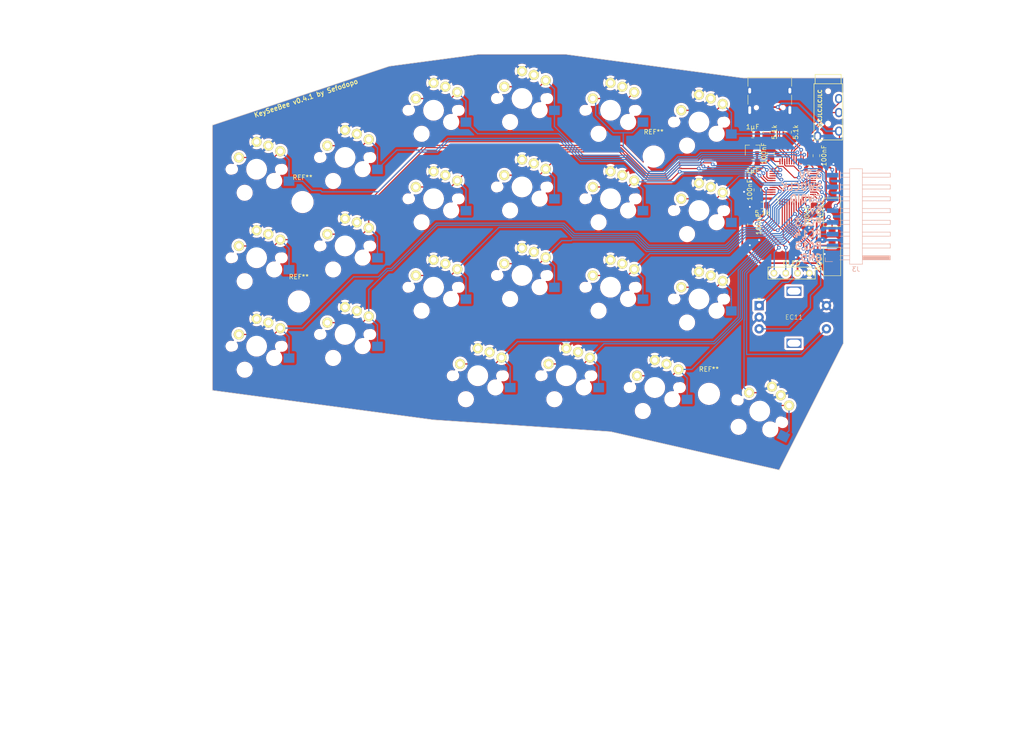
<source format=kicad_pcb>
(kicad_pcb (version 20240108) (generator "pcbnew") (generator_version "8.0")
  (layers (0 "F.Cu" signal) (31 "B.Cu" signal) (34 "B.Paste" user) (35 "F.Paste" user) (36 "B.SilkS" user "B.Silkscreen") (37 "F.SilkS" user "F.Silkscreen") (38 "B.Mask" user) (39 "F.Mask" user) (44 "Edge.Cuts" user))
  (net 0 "")
  (net 1 "GND")
  (net 2 "5V")
  (net 3 "Net-(U1-NRST)")
  (net 4 "Net-(J1-CC2)")
  (net 5 "D-")
  (net 6 "D+")
  (net 7 "Net-(J1-CC1)")
  (net 10 "3.3V")
  (net 11 "PC14")
  (net 12 "PC13")
  (net 13 "PC15")
  (net 14 "SCL")
  (net 15 "SDA")
  (net 16 "Net-(U1-BOOT0)")
  (net 17 "KEY20")
  (net 18 "KEY21")
  (net 19 "KEY22")
  (net 20 "KEYEXT1")
  (net 21 "RE1A")
  (net 22 "REB")
  (net 23 "SWDIO")
  (net 24 "SWDCLK")
  (net 25 "TX")
  (net 26 "RX")
  (net 27 "KEY13")
  (net 28 "KEY14")
  (net 29 "KEY15")
  (net 30 "KEY16")
  (net 31 "KEY1")
  (net 32 "KEY2")
  (net 33 "KEY3")
  (net 34 "KEY4")
  (net 35 "KEY17")
  (net 36 "KEY18")
  (net 37 "KEY19")
  (net 38 "KEY9")
  (net 39 "KEY10")
  (net 40 "KEY11")
  (net 41 "KEY12")
  (net 42 "KEY5")
  (net 43 "KEY6")
  (net 44 "KEY7")
  (net 45 "KEY8")
  (net 46 "/VBAT")
  (footprint "Resistor_SMD:R_0805_2012Metric_Pad1.15x1.40mm_HandSolder" (layer "F.Cu") (at 228.727 58.674 -90)
    (property "Reference" "R7" (hide yes))
    (property "Value" "5.1k")
  )
  (footprint "Resistor_SMD:R_0805_2012Metric_Pad1.15x1.40mm_HandSolder" (layer "F.Cu") (at 224.155 58.674 -90)
    (property "Reference" "R6" (hide yes))
    (property "Value" "5.1k")
  )
  (footprint "Resistor_SMD:R_0805_2012Metric_Pad1.15x1.40mm_HandSolder" (layer "F.Cu") (at 223.13 74.422 180)
    (property "Reference" "R1" (hide yes))
    (property "Value" "5.1k")
  )
  (footprint "Package_TO_SOT_SMD:SOT-23" (layer "F.Cu") (at 221.107 62.23 90)
    (property "Reference" "U2" (hide yes))
    (property "Value" "LDO")
  )
  (footprint "Capacitor_SMD:C_0805_2012Metric_Pad1.15x1.40mm_HandSolder" (layer "F.Cu") (at 220.726 78.613 90)
    (property "Reference" "C1" (hide yes))
    (property "Value" "100nF")
  )
  (footprint "Capacitor_SMD:C_0805_2012Metric_Pad1.15x1.40mm_HandSolder" (layer "F.Cu") (at 221.107 65.278)
    (property "Reference" "C6" (hide yes))
    (property "Value" "1µF")
  )
  (footprint "Capacitor_SMD:C_0805_2012Metric_Pad1.15x1.40mm_HandSolder" (layer "F.Cu") (at 234.315 75.438 90)
    (property "Reference" "C3" (hide yes))
    (property "Value" "100nF")
  )
  (footprint "Capacitor_SMD:C_0805_2012Metric_Pad1.15x1.40mm_HandSolder" (layer "F.Cu") (at 225.044 63.246 -90)
    (property "Reference" "C5" (hide yes))
    (property "Value" "100nF")
  )
  (footprint "Capacitor_SMD:C_0805_2012Metric_Pad1.15x1.40mm_HandSolder" (layer "F.Cu") (at 221.107 59.182)
    (property "Reference" "C7" (hide yes))
    (property "Value" "1µF")
  )
  (footprint "Button_Switch_SMD:SW_SPST_CK_RS282G05A3" (layer "F.Cu") (at 238.2 75.925 -90)
    (property "Reference" "SW2" (hide yes))
    (property "Value" "RESET")
  )
  (footprint "Button_Switch_SMD:SW_SPST_CK_RS282G05A3" (layer "F.Cu") (at 238.2 86.525 90)
    (property "Reference" "SW1" (hide yes))
    (property "Value" "BOOT")
  )
  (footprint "kicad-usb:USB_C_Receptacle_HRO_TYPE-C-31-M-12" (layer "F.Cu") (at 224.79 50.8 180)
    (property "Reference" "J1" (hide yes))
    (property "Value" "USB_C_Receptacle_USB2.0")
  )
  (footprint "Package_QFP:LQFP-48_7x7mm_P0.5mm" (layer "F.Cu") (at 229.743 69.342 90)
    (property "Reference" "U1" (hide yes))
    (property "Value" "STM32")
  )
  (footprint "Capacitor_SMD:C_0805_2012Metric_Pad1.15x1.40mm_HandSolder" (layer "F.Cu") (at 234.823 63.754 90)
    (property "Reference" "C2" (hide yes))
    (property "Value" "100nF")
  )
  (footprint "Capacitor_SMD:C_0805_2012Metric_Pad1.15x1.40mm_HandSolder" (layer "F.Cu") (at 222.123 71.12 -90)
    (property "Reference" "C4" (hide yes))
    (property "Value" "100nF")
  )
  (footprint "keebio:TRRS-PJ-320A-no-Fmask" (layer "F.Cu") (at 237.363 48.26)
    (property "Reference" "J2")
    (property "Value" "AudioJack4")
  )
  (footprint "custom:CherryMX_Choc_MXHotswap_1u" (layer "F.Cu") (at 114.3 66.675)
    (property "Reference" "SW3" (hide yes))
    (property "Value" "SW_Push" (hide yes))
  )
  (footprint "custom:CherryMX_Choc_MXHotswap_1u" (layer "F.Cu") (at 180.975 111.125)
    (property "Reference" "SW24" (hide yes))
    (property "Value" "SW_Push" (hide yes))
  )
  (footprint "custom:CherryMX_Choc_MXHotswap_1u" (layer "F.Cu") (at 200.025 113.665)
    (property "Reference" "SW34" (hide yes))
    (property "Value" "SW_Push" (hide yes))
  )
  (footprint "custom:CherryMX_Choc_MXHotswap_1u" (layer "F.Cu") (at 190.5 92.075)
    (property "Reference" "SW33" (hide yes))
    (property "Value" "SW_Push" (hide yes))
  )
  (footprint "custom:CherryMX_Choc_MXHotswap_1u" (layer "F.Cu") (at 190.5 73.025)
    (property "Reference" "SW32" (hide yes))
    (property "Value" "SW_Push" (hide yes))
  )
  (footprint "custom:CherryMX_Choc_MXHotswap_1u" (layer "F.Cu") (at 190.5 53.975)
    (property "Reference" "SW31" (hide yes))
    (property "Value" "SW_Push" (hide yes))
  )
  (footprint "custom:CherryMX_Choc_MXHotswap_1u" (layer "F.Cu") (at 171.45 89.535)
    (property "Reference" "SW23" (hide yes))
    (property "Value" "SW_Push" (hide yes))
  )
  (footprint "custom:CherryMX_Choc_MXHotswap_1u" (layer "F.Cu") (at 171.45 70.485)
    (property "Reference" "SW22" (hide yes))
    (property "Value" "SW_Push" (hide yes))
  )
  (footprint "custom:CherryMX_Choc_MXHotswap_1u" (layer "F.Cu") (at 171.45 51.435)
    (property "Reference" "SW21" (hide yes))
    (property "Value" "SW_Push" (hide yes))
  )
  (footprint "custom:CherryMX_Choc_MXHotswap_1u" (layer "F.Cu") (at 133.35 102.235)
    (property "Reference" "SW19" (hide yes))
    (property "Value" "SW_Push" (hide yes))
  )
  (footprint "custom:CherryMX_Choc_MXHotswap_1u" (layer "F.Cu") (at 133.35 83.185)
    (property "Reference" "SW18" (hide yes))
    (property "Value" "SW_Push" (hide yes))
  )
  (footprint "custom:CherryMX_Choc_MXHotswap_1u" (layer "F.Cu") (at 133.35 64.135)
    (property "Reference" "SW17" (hide yes))
    (property "Value" "SW_Push" (hide yes))
  )
  (footprint "custom:CherryMX_Choc_MXHotswap_1u" (layer "F.Cu") (at 209.55 94.615)
    (property "Reference" "SW14" (hide yes))
    (property "Value" "SW_Push" (hide yes))
  )
  (footprint "custom:CherryMX_Choc_MXHotswap_1u" (layer "F.Cu") (at 209.55 56.515)
    (property "Reference" "SW12" (hide yes))
    (property "Value" "SW_Push" (hide yes))
  )
  (footprint "custom:CherryMX_Choc_MXHotswap_1u" (layer "F.Cu") (at 161.925 111.125)
    (property "Reference" "SW10" (hide yes))
    (property "Value" "SW_Push" (hide yes))
  )
  (footprint "custom:CherryMX_Choc_MXHotswap_1u" (layer "F.Cu") (at 152.4 92.075)
    (property "Reference" "SW9" (hide yes))
    (property "Value" "SW_Push" (hide yes))
  )
  (footprint "custom:CherryMX_Choc_MXHotswap_1u" (layer "F.Cu") (at 152.4 73.025)
    (property "Reference" "SW8" (hide yes))
    (property "Value" "SW_Push" (hide yes))
  )
  (footprint "custom:CherryMX_Choc_MXHotswap_1u" (layer "F.Cu") (at 209.55 75.565)
    (property "Reference" "SW13" (hide yes))
    (property "Value" "SW_Push" (hide yes))
  )
  (footprint "custom:CherryMX_Choc_MXHotswap_1u" (layer "F.Cu") (at 152.4 53.975)
    (property "Reference" "SW7" (hide yes))
    (property "Value" "SW_Push" (hide yes))
  )
  (footprint "custom:CherryMX_Choc_MXHotswap_1u" (layer "F.Cu") (at 114.3 104.775)
    (property "Reference" "SW5" (hide yes))
    (property "Value" "SW_Push" (hide yes))
  )
  (footprint "custom:CherryMX_Choc_MXHotswap_1u" (layer "F.Cu") (at 114.3 85.725)
    (property "Reference" "SW4" (hide yes))
    (property "Value" "SW_Push" (hide yes))
  )
  (footprint "custom:CherryMX_Choc_MXHotswap_1u" (layer "F.Cu") (at 222.631 118.745 -26.5)
    (property "Reference" "SW15" (hide yes))
    (property "Value" "SW_Push" (hide yes))
  )
  (footprint "MountingHole:MountingHole_4.3mm_M4" (layer "F.Cu") (at 199.8 63.925)
    (property "Reference" "REF**")
    (property "Value" "MountingHole_4.3mm_M4")
  )
  (footprint "MountingHole:MountingHole_4.3mm_M4" (layer "F.Cu") (at 211.7 115.025)
    (property "Reference" "REF**")
    (property "Value" "MountingHole_4.3mm_M4")
  )
  (footprint "MountingHole:MountingHole_4.3mm_M4" (layer "F.Cu") (at 123.4 95.125)
    (property "Reference" "REF**")
    (property "Value" "MountingHole_4.3mm_M4")
  )
  (footprint "keebio:RotaryEncoder_Alps_EC11E-Switch_Vertical_H20mm" (layer "F.Cu") (at 230 98.525)
    (property "Reference" "SW6" (hide yes))
    (property "Value" "RotaryEncoder_Switch")
  )
  (footprint "foostan-kbd:OLED_1side" (layer "F.Cu") (at 225.69 89.025)
    (property "Reference" "OL1")
    (property "Value" "OLED" (hide yes))
  )
  (footprint "MountingHole:MountingHole_4.3mm_M4" (layer "F.Cu") (at 124.2 73.725)
    (property "Reference" "REF**")
    (property "Value" "MountingHole_4.3mm_M4")
  )
  (footprint "kicad-harwin:Harwin_M20-89008xx_1x08_P2.54mm_Horizontal" (layer "B.Cu") (at 243.84 76.835)
    (property "Reference" "J3")
    (property "Value" "Conn_01x08_Male")
  )
  (gr_line (start 240.665 46.99) (end 240.665 104.14) (stroke (width 0.1)) (layer "Edge.Cuts"))
  (gr_line (start 161.925 41.91) (end 180.975 41.91) (stroke (width 0.1)) (layer "Edge.Cuts"))
  (gr_line (start 104.775 114.3) (end 104.775 57.15) (stroke (width 0.1)) (layer "Edge.Cuts"))
  (gr_line (start 180.975 41.91) (end 219.075 46.99) (stroke (width 0.1)) (layer "Edge.Cuts"))
  (gr_line (start 190.5 123.19) (end 152.4 120.65) (stroke (width 0.1)) (layer "Edge.Cuts"))
  (gr_line (start 240.665 104.14) (end 226.822 131.445) (stroke (width 0.1)) (layer "Edge.Cuts"))
  (gr_line (start 104.775 57.15) (end 142.875 44.45) (stroke (width 0.1)) (layer "Edge.Cuts"))
  (gr_line (start 152.4 120.65) (end 104.775 114.3) (stroke (width 0.1)) (layer "Edge.Cuts"))
  (gr_line (start 226.822 131.445) (end 190.5 123.19) (stroke (width 0.1)) (layer "Edge.Cuts"))
  (gr_line (start 142.875 44.45) (end 161.925 41.91) (stroke (width 0.1)) (layer "Edge.Cuts"))
  (gr_line (start 219.075 46.99) (end 240.665 46.99) (stroke (width 0.1)) (layer "Edge.Cuts"))
  (gr_text "PC15" (at 236.22 83.185 0) (layer "B.SilkS") (effects (font (size 1.5 1.5) (thickness 0.3)) (justify left mirror)))
  (gr_text "PC13" (at 236.22 78.105 0) (layer "B.SilkS") (effects (font (size 1.5 1.5) (thickness 0.3)) (justify left mirror)))
  (gr_text "5V" (at 236.22 75.565 0) (layer "B.SilkS") (effects (font (size 1.5 1.5) (thickness 0.3)) (justify left mirror)))
  (gr_text "PC14" (at 236.22 80.645 0) (layer "B.SilkS") (effects (font (size 1.5 1.5) (thickness 0.3)) (justify left mirror)))
  (gr_text "SWDIO" (at 236.22 73.025 0) (layer "B.SilkS") (effects (font (size 1.5 1.5) (thickness 0.3)) (justify left mirror)))
  (gr_text "SWDCLK" (at 236.22 70.485 0) (layer "B.SilkS") (effects (font (size 1.5 1.5) (thickness 0.3)) (justify left mirror)))
  (gr_text "3.3V" (at 236.22 67.945 0) (layer "B.SilkS") (effects (font (size 1.5 1.5) (thickness 0.3)) (justify left mirror)))
  (gr_text "GND" (at 236.22 85.725 0) (layer "B.SilkS") (effects (font (size 1.5 1.5) (thickness 0.3)) (justify left mirror)))
  (gr_text "JLCJLCJLCJLC" (at 235.6 53.625 90) (layer "F.SilkS") (effects (font (size 0.8 0.8) (thickness 0.2))))
  (gr_text "KeySeeBee v0.4.1 by Sefodopo" (at 113.7 55.125 18.434) (layer "F.SilkS") (effects (font (size 1 1) (thickness 0.2)) (justify left)))
  (segment (start 235.331 66.302999) (end 234.823 64.779) (width 0.25) (layer "F.Cu") (net 1))
  (segment (start 222.123 70.095) (end 223.62 71.592) (width 0.25) (layer "F.Cu") (net 1))
  (segment (start 220.082 56.303) (end 221.54 54.845) (width 0.25) (layer "F.Cu") (net 1))
  (segment (start 228.195 54.845) (end 229.11 53.93) (width 0.381) (layer "F.Cu") (net 1))
  (segment (start 225.044 62.221) (end 225.044 60.588) (width 0.25) (layer "F.Cu") (net 1))
  (segment (start 238.2 73.325) (end 238.2 72.025) (width 0.381) (layer "F.Cu") (net 1))
  (segment (start 235.331 66.714002) (end 235.331 66.302999) (width 0.25) (layer "F.Cu") (net 1))
  (segment (start 225.044 60.588) (end 224.155 59.699) (width 0.25) (layer "F.Cu") (net 1))
  (segment (start 230.493 73.692) (end 230.493 75.426) (width 0.25) (layer "F.Cu") (net 1))
  (segment (start 231 55.82) (end 229.11 53.93) (width 0.381) (layer "F.Cu") (net 1))
  (segment (start 221.54 54.845) (end 221.385 54.845) (width 0.381) (layer "F.Cu") (net 1))
  (segment (start 220.75 69.275) (end 221.303 69.275) (width 0.25) (layer "F.Cu") (net 1))
  (segment (start 235.248343 76.463) (end 235.628843 76.8435) (width 0.381) (layer "F.Cu") (net 1))
  (segment (start 234.823 64.779) (end 235.195 64.779) (width 0.381) (layer "F.Cu") (net 1))
  (segment (start 232.493 64.992) (end 232.943 64.542) (width 0.25) (layer "F.Cu") (net 1))
  (segment (start 221.303 69.275) (end 222.123 70.095) (width 0.25) (layer "F.Cu") (net 1))
  (segment (start 221.752 74.775) (end 222.105 74.422) (width 0.25) (layer "F.Cu") (net 1))
  (segment (start 238.2 72.025) (end 239.1 71.125) (width 0.381) (layer "F.Cu") (net 1))
  (segment (start 234.093 67.092) (end 234.953002 67.092) (width 0.25) (layer "F.Cu") (net 1))
  (segment (start 228.727 59.699) (end 231 57.426) (width 0.381) (layer "F.Cu") (net 1))
  (segment (start 231.53 76.463) (end 234.315 76.463) (width 0.25) (layer "F.Cu") (net 1))
  (segment (start 220.082 59.182) (end 220.082 56.303) (width 0.25) (layer "F.Cu") (net 1))
  (segment (start 220.082 65.278) (end 220.082 63.305) (width 0.25) (layer "F.Cu") (net 1))
  (segment (start 239.1 66.125) (end 238.5 65.525) (width 0.381) (layer "F.Cu") (net 1))
  (segment (start 220.082 63.305) (end 220.157 63.23) (width 0.25) (layer "F.Cu") (net 1))
  (segment (start 239.1 71.125) (end 239.1 66.125) (width 0.381) (layer "F.Cu") (net 1))
  (segment (start 231 57.426) (end 231 55.82) (width 0.381) (layer "F.Cu") (net 1))
  (segment (start 221.166 62.221) (end 225.044 62.221) (width 0.25) (layer "F.Cu") (net 1))
  (segment (start 219.25 66.11) (end 220.082 65.278) (width 0.25) (layer "F.Cu") (net 1))
  (segment (start 226.245372 62.844372) (end 225.667372 62.844372) (width 0.25) (layer "F.Cu") (net 1))
  (segment (start 222.5 81.925) (end 220.726 80.151) (width 0.381) (layer "F.Cu") (net 1))
  (segment (start 220.726 80.151) (end 220.726 79.638) (width 0.381) (layer "F.Cu") (net 1))
  (segment (start 220.157 63.23) (end 221.166 62.221) (width 0.25) (layer "F.Cu") (net 1))
  (segment (start 236.464998 75.060002) (end 238.2 73.325) (width 0.381) (layer "F.Cu") (net 1))
  (segment (start 232.943 61.68) (end 235.063 59.56) (width 0.25) (layer "F.Cu") (net 1))
  (segment (start 225.393 71.592) (end 223.62 71.592) (width 0.25) (layer "F.Cu") (net 1))
  (segment (start 236.464998 75.275) (end 236.464998 75.060002) (width 0.381) (layer "F.Cu") (net 1))
  (segment (start 232.943 64.542) (end 232.943 61.68) (width 0.25) (layer "F.Cu") (net 1))
  (segment (start 227.493 64.992) (end 227.493 64.092) (width 0.25) (layer "F.Cu") (net 1))
  (segment (start 227.493 64.092) (end 226.245372 62.844372) (width 0.25) (layer "F.Cu") (net 1))
  (segment (start 220.5 74.775) (end 221.752 74.775) (width 0.25) (layer "F.Cu") (net 1))
  (segment (start 225.667372 62.844372) (end 225.044 62.221) (width 0.25) (layer "F.Cu") (net 1))
  (segment (start 230.493 75.426) (end 231.53 76.463) (width 0.25) (layer "F.Cu") (net 1))
  (segment (start 220.157 63.23) (end 220.157 59.257) (width 0.25) (layer "F.Cu") (net 1))
  (segment (start 221.385 54.845) (end 220.47 53.93) (width 0.381) (layer "F.Cu") (net 1))
  (segment (start 228.04 54.845) (end 228.195 54.845) (width 0.381) (layer "F.Cu") (net 1))
  (segment (start 220.157 59.257) (end 220.082 59.182) (width 0.25) (layer "F.Cu") (net 1))
  (segment (start 219.25 71.525) (end 219.25 66.11) (width 0.25) (layer "F.Cu") (net 1))
  (segment (start 234.315 76.463) (end 235.248343 76.463) (width 0.381) (layer "F.Cu") (net 1))
  (segment (start 234.953002 67.092) (end 235.331 66.714002) (width 0.25) (layer "F.Cu") (net 1))
  (via (at 238.5 65.525) (size 0.8) (drill 0.4) (layers "F.Cu" "B.Cu") (net 1))
  (via (at 236 65.525) (size 0.8) (drill 0.4) (layers "F.Cu" "B.Cu") (net 1))
  (via (at 220.5 83.025) (size 0.8) (drill 0.4) (layers "F.Cu" "B.Cu") (net 1))
  (via (at 220.75 69.275) (size 0.8) (drill 0.4) (layers "F.Cu" "B.Cu") (net 1))
  (via (at 220.5 74.775) (size 0.8) (drill 0.4) (layers "F.Cu" "B.Cu") (net 1))
  (via (at 236.6 84.925) (size 0.8) (drill 0.4) (layers "F.Cu" "B.Cu") (net 1))
  (via (at 233.25 79.275) (size 0.8) (drill 0.4) (layers "F.Cu" "B.Cu") (net 1))
  (via (at 219.25 71.525) (size 0.8) (drill 0.4) (layers "F.Cu" "B.Cu") (net 1))
  (via (at 222.5 81.925) (size 0.8) (drill 0.4) (layers "F.Cu" "B.Cu") (net 1))
  (via (at 236.1 81.825) (size 0.8) (drill 0.4) (layers "F.Cu" "B.Cu") (net 1))
  (via (at 236.464998 75.275) (size 0.8) (drill 0.4) (layers "F.Cu" "B.Cu") (net 1))
  (via (at 230.4 85.625) (size 0.8) (drill 0.4) (layers "F.Cu" "B.Cu") (net 1))
  (via (at 235.628843 76.8435) (size 0.8) (drill 0.4) (layers "F.Cu" "B.Cu") (net 1))
  (segment (start 220.5 71.775) (end 220.5 69.525) (width 0.25) (layer "B.Cu") (net 1))
  (segment (start 219.5 71.775) (end 219.25 71.525) (width 0.25) (layer "B.Cu") (net 1))
  (segment (start 221.4 83.025) (end 222.5 81.925) (width 0.381) (layer "B.Cu") (net 1))
  (segment (start 235.628843 76.8435) (end 235.628843 76.111155) (width 0.381) (layer "B.Cu") (net 1))
  (segment (start 220.5 74.775) (end 220.5 71.775) (width 0.25) (layer "B.Cu") (net 1))
  (segment (start 235.628843 76.111155) (end 236.464998 75.275) (width 0.381) (layer "B.Cu") (net 1))
  (segment (start 220.5 69.525) (end 220.75 69.275) (width 0.25) (layer "B.Cu") (net 1))
  (segment (start 220.5 71.775) (end 219.5 71.775) (width 0.25) (layer "B.Cu") (net 1))
  (segment (start 238.5 85.91) (end 238.315 85.725) (width 0.381) (layer "B.Cu") (net 1))
  (segment (start 220.5 83.025) (end 221.4 83.025) (width 0.381) (layer "B.Cu") (net 1))
  (segment (start 222.34 54.845) (end 222.34 58.974) (width 0.381) (layer "F.Cu") (net 2))
  (segment (start 227.24 54.04258) (end 226.476919 53.279499) (width 0.381) (layer "F.Cu") (net 2))
  (segment (start 227.24 54.845) (end 227.24 54.04258) (width 0.381) (layer "F.Cu") (net 2))
  (segment (start 239.8 73.725) (end 239.8 58.597) (width 0.25) (layer "F.Cu") (net 2))
  (segment (start 239.8 58.597) (end 239.663 58.46) (width 0.25) (layer "F.Cu") (net 2))
  (segment (start 222.132 59.182) (end 222.132 60.205) (width 0.381) (layer "F.Cu") (net 2))
  (segment (start 223.103081 53.279499) (end 222.34 54.04258) (width 0.381) (layer "F.Cu") (net 2))
  (segment (start 239 74.525) (end 239.8 73.725) (width 0.25) (layer "F.Cu") (net 2))
  (segment (start 222.34 54.04258) (end 222.34 54.845) (width 0.381) (layer "F.Cu") (net 2))
  (segment (start 226.476919 53.279499) (end 223.103081 53.279499) (width 0.381) (layer "F.Cu") (net 2))
  (segment (start 222.132 60.205) (end 221.107 61.23) (width 0.381) (layer "F.Cu") (net 2))
  (via (at 226.507489 53.279489) (size 0.8) (drill 0.4) (layers "F.Cu" "B.Cu") (net 2))
  (via (at 239 74.525) (size 0.8) (drill 0.4) (layers "F.Cu" "B.Cu") (net 2))
  (segment (start 238.315 75.565) (end 238.315 75.21) (width 0.25) (layer "B.Cu") (net 2))
  (segment (start 230.96449 52.48949) (end 236.935 58.46) (width 0.381) (layer "B.Cu") (net 2))
  (segment (start 226.507489 53.279489) (end 227.297488 52.48949) (width 0.381) (layer "B.Cu") (net 2))
  (segment (start 227.297488 52.48949) (end 230.96449 52.48949) (width 0.381) (layer "B.Cu") (net 2))
  (segment (start 238.315 75.21) (end 239 74.525) (width 0.25) (layer "B.Cu") (net 2))
  (segment (start 236.935 58.46) (end 239.663 58.46) (width 0.381) (layer "B.Cu") (net 2))
  (segment (start 237.5 77.225) (end 238.2 77.925) (width 0.25) (layer "F.Cu") (net 3))
  (segment (start 229.993 76.080092) (end 230.196906 76.283998) (width 0.25) (layer "F.Cu") (net 3))
  (segment (start 237.5 76.925) (end 237.5 77.225) (width 0.25) (layer "F.Cu") (net 3))
  (segment (start 223.509 77.634) (end 220.772 77.634) (width 0.25) (layer "F.Cu") (net 3))
  (segment (start 220.772 77.634) (end 220.726 77.588) (width 0.25) (layer "F.Cu") (net 3))
  (segment (start 225.675 79.8) (end 223.509 77.634) (width 0.25) (layer "F.Cu") (net 3))
  (segment (start 231.837908 77.925) (end 234 77.925) (width 0.25) (layer "F.Cu") (net 3))
  (segment (start 226.5 79.8) (end 225.675 79.8) (width 0.25) (layer "F.Cu") (net 3))
  (segment (start 229.993 73.692) (end 229.993 76.080092) (width 0.25) (layer "F.Cu") (net 3))
  (segment (start 238.2 77.925) (end 238.2 79.825) (width 0.25) (layer "F.Cu") (net 3))
  (segment (start 230.196906 76.283998) (end 231.837908 77.925) (width 0.25) (layer "F.Cu") (net 3))
  (via (at 230.196906 76.283998) (size 0.8) (drill 0.4) (layers "F.Cu" "B.Cu") (net 3))
  (via (at 226.5 79.8) (size 0.8) (drill 0.4) (layers "F.Cu" "B.Cu") (net 3))
  (via (at 234 77.925) (size 0.8) (drill 0.4) (layers "F.Cu" "B.Cu") (net 3))
  (via (at 237.5 76.925) (size 0.8) (drill 0.4) (layers "F.Cu" "B.Cu") (net 3))
  (segment (start 234.27 77.655) (end 236.509899 77.655) (width 0.25) (layer "B.Cu") (net 3))
  (segment (start 236.509899 77.655) (end 237.239899 76.925) (width 0.25) (layer "B.Cu") (net 3))
  (segment (start 237.239899 76.925) (end 237.5 76.925) (width 0.25) (layer "B.Cu") (net 3))
  (segment (start 230.085112 76.283998) (end 230.196906 76.283998) (width 0.25) (layer "B.Cu") (net 3))
  (segment (start 226.5 79.8) (end 226.56911 79.8) (width 0.25) (layer "B.Cu") (net 3))
  (segment (start 226.56911 79.8) (end 230.085112 76.283998) (width 0.25) (layer "B.Cu") (net 3))
  (segment (start 234 77.925) (end 234.27 77.655) (width 0.25) (layer "B.Cu") (net 3))
  (segment (start 223.04 54.845) (end 223.04 56.534) (width 0.25) (layer "F.Cu") (net 4))
  (segment (start 223.04 56.534) (end 224.155 57.649) (width 0.25) (layer "F.Cu") (net 4))
  (segment (start 228.993 63.95559) (end 226.89101 61.8536) (width 0.25) (layer "F.Cu") (net 5))
  (segment (start 225.54 55.82) (end 225.54 54.845) (width 0.25) (layer "F.Cu") (net 5))
  (segment (start 224.615001 55.895001) (end 225.464999 55.895001) (width 0.25) (layer "F.Cu") (net 5))
  (segment (start 224.54 55.8094) (end 224.54 54.845) (width 0.25) (layer "F.Cu") (net 5))
  (segment (start 225.464999 55.895001) (end 225.54 55.82) (width 0.25) (layer "F.Cu") (net 5))
  (segment (start 226.89101 61.8536) (end 226.89101 58.16041) (width 0.25) (layer "F.Cu") (net 5))
  (segment (start 224.54 54.845) (end 224.54 55.82) (width 0.25) (layer "F.Cu") (net 5))
  (segment (start 226.89101 58.16041) (end 224.54 55.8094) (width 0.25) (layer "F.Cu") (net 5))
  (segment (start 224.54 55.82) (end 224.615001 55.895001) (width 0.25) (layer "F.Cu") (net 5))
  (segment (start 228.993 64.992) (end 228.993 63.95559) (width 0.25) (layer "F.Cu") (net 5))
  (segment (start 226.440999 62.039999) (end 226.440999 58.346809) (width 0.25) (layer "F.Cu") (net 6))
  (segment (start 224.04 53.87) (end 224.115001 53.794999) (width 0.25) (layer "F.Cu") (net 6))
  (segment (start 226.440999 58.346809) (end 224.439201 56.345011) (width 0.25) (layer "F.Cu") (net 6))
  (segment (start 224.4286 56.34501) (end 224.04 55.95641) (width 0.25) (layer "F.Cu") (net 6))
  (segment (start 224.04 54.845) (end 224.04 53.87) (width 0.25) (layer "F.Cu") (net 6))
  (segment (start 228.493 64.992) (end 228.493 64.092) (width 0.25) (layer "F.Cu") (net 6))
  (segment (start 224.04 55.82) (end 224.04 54.845) (width 0.25) (layer "F.Cu") (net 6))
  (segment (start 224.964999 53.794999) (end 225.04 53.87) (width 0.25) (layer "F.Cu") (net 6))
  (segment (start 225.04 53.87) (end 225.04 54.845) (width 0.25) (layer "F.Cu") (net 6))
  (segment (start 228.493 64.092) (end 226.440999 62.039999) (width 0.25) (layer "F.Cu") (net 6))
  (segment (start 224.04 55.95641) (end 224.04 55.82) (width 0.25) (layer "F.Cu") (net 6))
  (segment (start 224.439201 56.345011) (end 224.4286 56.34501) (width 0.25) (layer "F.Cu") (net 6))
  (segment (start 224.115001 53.794999) (end 224.964999 53.794999) (width 0.25) (layer "F.Cu") (net 6))
  (segment (start 227.382038 57.025628) (end 228.103628 57.025628) (width 0.25) (layer "F.Cu") (net 7))
  (segment (start 226.06 54.904) (end 226.06 55.70359) (width 0.25) (layer "F.Cu") (net 7))
  (segment (start 226.04 54.884) (end 226.06 54.904) (width 0.25) (layer "F.Cu") (net 7))
  (segment (start 226.06 55.70359) (end 227.382038 57.025628) (width 0.25) (layer "F.Cu") (net 7))
  (segment (start 226.04 54.845) (end 226.04 54.884) (width 0.25) (layer "F.Cu") (net 7))
  (segment (start 228.103628 57.025628) (end 228.727 57.649) (width 0.25) (layer "F.Cu") (net 7))
  (segment (start 222.132 65.278) (end 224.037 65.278) (width 0.381) (layer "F.Cu") (net 10))
  (segment (start 218.873664 74.594336) (end 218.873664 82.965635) (width 0.381) (layer "F.Cu") (net 10))
  (segment (start 222.057 63.23) (end 222.057 65.203) (width 0.381) (layer "F.Cu") (net 10))
  (segment (start 224.037 65.278) (end 225.044 64.271) (width 0.381) (layer "F.Cu") (net 10))
  (segment (start 233.79799 65.92199) (end 233.79799 63.75401) (width 0.25) (layer "F.Cu") (net 10))
  (segment (start 230.77 87.295) (end 230.77 89.025) (width 0.381) (layer "F.Cu") (net 10))
  (segment (start 234.315 74.413) (end 235.512 74.413) (width 0.381) (layer "F.Cu") (net 10))
  (segment (start 235.105772 83.111772) (end 235.105772 86.878394) (width 0.381) (layer "F.Cu") (net 10))
  (segment (start 235.512 74.413) (end 236.9 73.025) (width 0.381) (layer "F.Cu") (net 10))
  (segment (start 237.137501 66.275) (end 237.137501 63.247559) (width 0.381) (layer "F.Cu") (net 10))
  (segment (start 221.499628 71.521628) (end 222.123 72.145) (width 0.381) (layer "F.Cu") (net 10))
  (segment (start 237.137501 66.275) (end 237.75 66.275) (width 0.381) (layer "F.Cu") (net 10))
  (segment (start 219.935499 69.957499) (end 221.499628 71.521628) (width 0.381) (layer "F.Cu") (net 10))
  (segment (start 225.393 72.092) (end 222.176 72.092) (width 0.25) (layer "F.Cu") (net 10))
  (segment (start 218.873664 82.965635) (end 222.786423 86.878394) (width 0.381) (layer "F.Cu") (net 10))
  (segment (start 222.132 65.278) (end 219.935499 67.474501) (width 0.381) (layer "F.Cu") (net 10))
  (segment (start 235.105772 83.111772) (end 237.713228 83.111772) (width 0.381) (layer "F.Cu") (net 10))
  (segment (start 221.323 72.145) (end 218.873664 74.594336) (width 0.381) (layer "F.Cu") (net 10))
  (segment (start 236.9 66.512501) (end 237.137501 66.275) (width 0.381) (layer "F.Cu") (net 10))
  (segment (start 236.618942 62.729) (end 235.623 62.729) (width 0.381) (layer "F.Cu") (net 10))
  (segment (start 231.716396 76.013) (end 232.715 76.013) (width 0.25) (layer "F.Cu") (net 10))
  (segment (start 222.176 72.092) (end 222.123 72.145) (width 0.25) (layer "F.Cu") (net 10))
  (segment (start 230.5 87.025) (end 230.77 87.295) (width 0.381) (layer "F.Cu") (net 10))
  (segment (start 230.993 75.289604) (end 231.716396 76.013) (width 0.25) (layer "F.Cu") (net 10))
  (segment (start 235.623 62.729) (end 234.823 62.729) (width 0.381) (layer "F.Cu") (net 10))
  (segment (start 236.3405 76.0655) (end 236.5 76.225) (width 0.381) (layer "F.Cu") (net 10))
  (segment (start 219.935499 67.474501) (end 219.935499 69.957499) (width 0.381) (layer "F.Cu") (net 10))
  (segment (start 234.093 66.217) (end 233.79799 65.92199) (width 0.25) (layer "F.Cu") (net 10))
  (segment (start 234.093 66.592) (end 234.093 66.217) (width 0.25) (layer "F.Cu") (net 10))
  (segment (start 234.315 74.413) (end 235.9675 76.0655) (width 0.381) (layer "F.Cu") (net 10))
  (segment (start 237.75 66.275) (end 238.25 66.775) (width 0.381) (layer "F.Cu") (net 10))
  (segment (start 230.993 73.692) (end 230.993 75.289604) (width 0.25) (layer "F.Cu") (net 10))
  (segment (start 237.713228 83.111772) (end 238.2 82.625) (width 0.381) (layer "F.Cu") (net 10))
  (segment (start 236.391 77.634) (end 234.9 77.634) (width 0.381) (layer "F.Cu") (net 10))
  (segment (start 233.79799 63.75401) (end 234.199628 63.352372) (width 0.25) (layer "F.Cu") (net 10))
  (segment (start 222.057 65.203) (end 222.132 65.278) (width 0.381) (layer "F.Cu") (net 10))
  (segment (start 237.137501 63.247559) (end 236.618942 62.729) (width 0.381) (layer "F.Cu") (net 10))
  (segment (start 225.892 64.992) (end 225.171 64.271) (width 0.25) (layer "F.Cu") (net 10))
  (segment (start 234.9 82.906) (end 235.105772 83.111772) (width 0.381) (layer "F.Cu") (net 10))
  (segment (start 225.171 64.271) (end 225.053 64.389) (width 0.25) (layer "F.Cu") (net 10))
  (segment (start 236.5 77.525) (end 236.391 77.634) (width 0.381) (layer "F.Cu") (net 10))
  (segment (start 230.5 86.878394) (end 230.5 87.025) (width 0.381) (layer "F.Cu") (net 10))
  (segment (start 226.993 64.992) (end 225.892 64.992) (width 0.25) (layer "F.Cu") (net 10))
  (segment (start 234.9 77.634) (end 234.9 82.906) (width 0.381) (layer "F.Cu") (net 10))
  (segment (start 232.715 76.013) (end 234.315 74.413) (width 0.25) (layer "F.Cu") (net 10))
  (segment (start 236.9 73.025) (end 236.9 66.512501) (width 0.381) (layer "F.Cu") (net 10))
  (segment (start 222.786423 86.878394) (end 230.5 86.878394) (width 0.381) (layer "F.Cu") (net 10))
  (segment (start 230.5 86.878394) (end 235.105772 86.878394) (width 0.381) (layer "F.Cu") (net 10))
  (segment (start 234.199628 63.352372) (end 234.823 62.729) (width 0.25) (layer "F.Cu") (net 10))
  (segment (start 236.5 76.225) (end 236.5 77.525) (width 0.381) (layer "F.Cu") (net 10))
  (segment (start 222.123 72.145) (end 221.323 72.145) (width 0.381) (layer "F.Cu") (net 10))
  (segment (start 235.9675 76.0655) (end 236.3405 76.0655) (width 0.381) (layer "F.Cu") (net 10))
  (via (at 238.25 66.775) (size 0.8) (drill 0.4) (layers "F.Cu" "B.Cu") (net 10))
  (segment (start 238.25 67.88) (end 238.315 67.945) (width 0.381) (layer "B.Cu") (net 10))
  (segment (start 238.25 66.775) (end 238.25 67.88) (width 0.381) (layer "B.Cu") (net 10))
  (segment (start 229.124812 80.059) (end 227.993 78.927188) (width 0.25) (layer "F.Cu") (net 11))
  (segment (start 229.414784 80.059) (end 229.124812 80.059) (width 0.25) (layer "F.Cu") (net 11))
  (segment (start 232.05 83.780214) (end 232.05 82.694216) (width 0.25) (layer "F.Cu") (net 11))
  (segment (start 227.993 78.927188) (end 227.993 73.692) (width 0.25) (layer "F.Cu") (net 11))
  (segment (start 232.05 82.694216) (end 229.414784 80.059) (width 0.25) (layer "F.Cu") (net 11))
  (via (at 232.05 83.780214) (size 0.8) (drill 0.4) (layers "F.Cu" "B.Cu") (net 11))
  (segment (start 232.05 83.780214) (end 235.185214 80.645) (width 0.25) (layer "B.Cu") (net 11))
  (segment (start 235.185214 80.645) (end 238.315 80.645) (width 0.25) (layer "B.Cu") (net 11))
  (segment (start 231.294911 82.575523) (end 229.228388 80.509) (width 0.25) (layer "F.Cu") (net 12))
  (segment (start 231.294911 82.964433) (end 231.294911 82.575523) (width 0.25) (layer "F.Cu") (net 12))
  (segment (start 229.228388 80.509) (end 228.938416 80.509) (width 0.25) (layer "F.Cu") (net 12))
  (segment (start 228.938416 80.509) (end 227.493 79.063584) (width 0.25) (layer "F.Cu") (net 12))
  (segment (start 227.493 79.063584) (end 227.493 73.692) (width 0.25) (layer "F.Cu") (net 12))
  (via (at 231.294911 82.964433) (size 0.8) (drill 0.4) (layers "F.Cu" "B.Cu") (net 12))
  (segment (start 231.294911 82.964433) (end 236.154344 78.105) (width 0.25) (layer "B.Cu") (net 12))
  (segment (start 236.154344 78.105) (end 238.315 78.105) (width 0.25) (layer "B.Cu") (net 12))
  (segment (start 229.311208 79.609) (end 228.493 78.790792) (width 0.25) (layer "F.Cu") (net 13))
  (segment (start 229.60118 79.609) (end 229.311208 79.609) (width 0.25) (layer "F.Cu") (net 13))
  (segment (start 232.775 84.525) (end 232.775 82.78282) (width 0.25) (layer "F.Cu") (net 13))
  (segment (start 232.775 82.78282) (end 229.60118 79.609) (width 0.25) (layer "F.Cu") (net 13))
  (segment (start 228.493 78.790792) (end 228.493 73.692) (width 0.25) (layer "F.Cu") (net 13))
  (via (at 232.775 84.525) (size 0.8) (drill 0.4) (layers "F.Cu" "B.Cu") (net 13))
  (segment (start 234.115 83.185) (end 238.315 83.185) (width 0.25) (layer "B.Cu") (net 13))
  (segment (start 232.775 84.525) (end 234.115 83.185) (width 0.25) (layer "B.Cu") (net 13))
  (segment (start 225.393 70.592) (end 226.318 70.592) (width 0.25) (layer "F.Cu") (net 14))
  (segment (start 228.25 83.55) (end 227.525 82.825) (width 0.25) (layer "F.Cu") (net 14))
  (segment (start 227.525 82.825) (end 227.3 82.825) (width 0.25) (layer "F.Cu") (net 14))
  (segment (start 226.919097 71.193097) (end 226.919097 71.444097) (width 0.25) (layer "F.Cu") (net 14))
  (segment (start 223.00301 78.52801) (end 223.005149 78.525871) (width 0.25) (layer "F.Cu") (net 14))
  (segment (start 227.3 82.825) (end 223.00301 78.52801) (width 0.25) (layer "F.Cu") (net 14))
  (segment (start 226.318 70.592) (end 226.919097 71.193097) (width 0.25) (layer "F.Cu") (net 14))
  (via (at 223.005149 78.525871) (size 0.8) (drill 0.4) (layers "F.Cu" "B.Cu") (net 14))
  (via (at 228.25 83.55) (size 0.8) (drill 0.4) (layers "F.Cu" "B.Cu") (net 14))
  (via (at 226.919097 71.444097) (size 0.8) (drill 0.4) (layers "F.Cu" "B.Cu") (net 14))
  (segment (start 224.5 73.863194) (end 224.5 77.03102) (width 0.25) (layer "B.Cu") (net 14))
  (segment (start 228.25 83.55) (end 228.23 83.57) (width 0.25) (layer "B.Cu") (net 14))
  (segment (start 228.23 83.57) (end 228.23 89.025) (width 0.25) (layer "B.Cu") (net 14))
  (segment (start 226.919097 71.444097) (end 224.5 73.863194) (width 0.25) (layer "B.Cu") (net 14))
  (segment (start 224.5 77.03102) (end 223.005149 78.525871) (width 0.25) (layer "B.Cu") (net 14))
  (segment (start 222.725871 79.250871) (end 222.704844 79.250871) (width 0.25) (layer "F.Cu") (net 15))
  (segment (start 224.225 71.092) (end 224 70.867) (width 0.25) (layer "F.Cu") (net 15))
  (segment (start 225.393 71.092) (end 224.225 71.092) (width 0.25) (layer "F.Cu") (net 15))
  (segment (start 226.761694 83.55) (end 226.761694 83.286694) (width 0.25) (layer "F.Cu") (net 15))
  (segment (start 222.704844 79.250871) (end 222.019168 78.565195) (width 0.25) (layer "F.Cu") (net 15))
  (segment (start 226.761694 83.286694) (end 222.725871 79.250871) (width 0.25) (layer "F.Cu") (net 15))
  (segment (start 222.019168 78.565195) (end 222.019168 78.359) (width 0.25) (layer "F.Cu") (net 15))
  (via (at 224 70.867) (size 0.8) (drill 0.4) (layers "F.Cu" "B.Cu") (net 15))
  (via (at 226.761694 83.55) (size 0.8) (drill 0.4) (layers "F.Cu" "B.Cu") (net 15))
  (via (at 222.019168 78.359) (size 0.8) (drill 0.4) (layers "F.Cu" "B.Cu") (net 15))
  (segment (start 224 70.867) (end 224 76.378168) (width 0.25) (layer "B.Cu") (net 15))
  (segment (start 224 76.378168) (end 222.019168 78.359) (width 0.25) (layer "B.Cu") (net 15))
  (segment (start 226.761694 83.55) (end 225.75 84.561694) (width 0.25) (layer "B.Cu") (net 15))
  (segment (start 225.75 84.561694) (end 225.75 88.965) (width 0.25) (layer "B.Cu") (net 15))
  (segment (start 225.75 88.965) (end 225.69 89.025) (width 0.25) (layer "B.Cu") (net 15))
  (segment (start 226.607953 70.092) (end 227.952226 71.436274) (width 0.25) (layer "F.Cu") (net 16))
  (segment (start 224.155 76.36198) (end 224.155 74.422) (width 0.25) (layer "F.Cu") (net 16))
  (segment (start 234.443894 87.668894) (end 237.2 90.425) (width 0.25) (layer "F.Cu") (net 16))
  (segment (start 234.2 87.668894) (end 234.443894 87.668894) (width 0.25) (layer "F.Cu") (net 16))
  (segment (start 225.393 70.092) (end 226.607953 70.092) (width 0.25) (layer "F.Cu") (net 16))
  (segment (start 237.2 90.425) (end 238.2 90.425) (width 0.25) (layer "F.Cu") (net 16))
  (segment (start 227.7 81.187894) (end 232.6 86.087894) (width 0.25) (layer "F.Cu") (net 16))
  (segment (start 227.952226 71.436274) (end 224.9665 74.422) (width 0.25) (layer "F.Cu") (net 16))
  (segment (start 227.7 79.90698) (end 227.7 81.187894) (width 0.25) (layer "F.Cu") (net 16))
  (segment (start 227.7 79.90698) (end 224.155 76.36198) (width 0.25) (layer "F.Cu") (net 16))
  (segment (start 224.9665 74.422) (end 224.155 74.422) (width 0.25) (layer "F.Cu") (net 16))
  (via (at 234.2 87.668894) (size 0.8) (drill 0.4) (layers "F.Cu" "B.Cu") (net 16))
  (via (at 232.6 86.087894) (size 0.8) (drill 0.4) (layers "F.Cu" "B.Cu") (net 16))
  (segment (start 234.181 87.668894) (end 232.6 86.087894) (width 0.25) (layer "B.Cu") (net 16))
  (segment (start 234.2 87.668894) (end 234.181 87.668894) (width 0.25) (layer "B.Cu") (net 16))
  (segment (start 226.69892 67.592) (end 227.035097 67.928177) (width 0.25) (layer "F.Cu") (net 17))
  (segment (start 225.393 67.592) (end 226.69892 67.592) (width 0.25) (layer "F.Cu") (net 17))
  (segment (start 118.04 64.135) (end 119.4 62.775) (width 0.25) (layer "F.Cu") (net 17))
  (segment (start 110.49 64.135) (end 118.04 64.135) (width 0.25) (layer "F.Cu") (net 17))
  (via (at 227.035097 67.928177) (size 0.8) (drill 0.4) (layers "F.Cu" "B.Cu") (net 17))
  (segment (start 153.186396 62.975) (end 155.686396 60.475) (width 0.25) (layer "B.Cu") (net 17))
  (segment (start 184.090812 65.025) (end 193.613604 65.025) (width 0.25) (layer "B.Cu") (net 17))
  (segment (start 197.513604 68.925) (end 202.6 68.925) (width 0.25) (layer "B.Cu") (net 17))
  (segment (start 205.75 65.775) (end 207.312084 65.775) (width 0.25) (layer "B.Cu") (net 17))
  (segment (start 124.205 69.23) (end 126.2 71.225) (width 0.25) (layer "B.Cu") (net 17))
  (segment (start 121.275 64.65) (end 121.275 69.23) (width 0.25) (layer "B.Cu") (net 17))
  (segment (start 155.686396 60.475) (end 179.540812 60.475) (width 0.25) (layer "B.Cu") (net 17))
  (segment (start 179.540812 60.475) (end 184.090812 65.025) (width 0.25) (layer "B.Cu") (net 17))
  (segment (start 223.98192 64.875) (end 227.035097 67.928177) (width 0.25) (layer "B.Cu") (net 17))
  (segment (start 119.4 62.775) (end 121.275 64.65) (width 0.25) (layer "B.Cu") (net 17))
  (segment (start 202.6 68.925) (end 205.75 65.775) (width 0.25) (layer "B.Cu") (net 17))
  (segment (start 128.1 71.225) (end 128.4 71.525) (width 0.25) (layer "B.Cu") (net 17))
  (segment (start 207.312084 65.775) (end 209.738482 65.775) (width 0.25) (layer "B.Cu") (net 17))
  (segment (start 193.613604 65.025) (end 197.513604 68.925) (width 0.25) (layer "B.Cu") (net 17))
  (segment (start 149.05 62.975) (end 153.186396 62.975) (width 0.25) (layer "B.Cu") (net 17))
  (segment (start 121.275 69.23) (end 124.205 69.23) (width 0.25) (layer "B.Cu") (net 17))
  (segment (start 210.638482 64.875) (end 223.98192 64.875) (width 0.25) (layer "B.Cu") (net 17))
  (segment (start 126.2 71.225) (end 128.1 71.225) (width 0.25) (layer "B.Cu") (net 17))
  (segment (start 128.4 71.525) (end 140.5 71.525) (width 0.25) (layer "B.Cu") (net 17))
  (segment (start 140.5 71.525) (end 149.05 62.975) (width 0.25) (layer "B.Cu") (net 17))
  (segment (start 209.738482 65.775) (end 210.638482 64.875) (width 0.25) (layer "B.Cu") (net 17))
  (segment (start 192.909188 61.525) (end 150.5 61.525) (width 0.25) (layer "F.Cu") (net 18))
  (segment (start 203.75 66.525) (end 202.6 67.675) (width 0.25) (layer "F.Cu") (net 18))
  (segment (start 212.5 65.6) (end 212.175 65.275) (width 0.25) (layer "F.Cu") (net 18))
  (segment (start 138 74.025) (end 131 74.025) (width 0.25) (layer "F.Cu") (net 18))
  (segment (start 204.994973 65.275) (end 203.75 66.519973) (width 0.25) (layer "F.Cu") (net 18))
  (segment (start 226.927412 68.893494) (end 227.296223 68.893494) (width 0.25) (layer "F.Cu") (net 18))
  (segment (start 131 74.025) (end 123.2 81.825) (width 0.25) (layer "F.Cu") (net 18))
  (segment (start 226.293 68.092) (end 226.310096 68.109096) (width 0.25) (layer "F.Cu") (net 18))
  (segment (start 118.04 83.185) (end 119.4 81.825) (width 0.25) (layer "F.Cu") (net 18))
  (segment (start 150.5 61.525) (end 138 74.025) (width 0.25) (layer "F.Cu") (net 18))
  (segment (start 123.2 81.825) (end 119.4 81.825) (width 0.25) (layer "F.Cu") (net 18))
  (segment (start 212.175 65.275) (end 204.994973 65.275) (width 0.25) (layer "F.Cu") (net 18))
  (segment (start 225.393 68.092) (end 226.293 68.092) (width 0.25) (layer "F.Cu") (net 18))
  (segment (start 202.6 67.675) (end 199.059188 67.675) (width 0.25) (layer "F.Cu") (net 18))
  (segment (start 226.310096 68.109096) (end 226.310096 68.276178) (width 0.25) (layer "F.Cu") (net 18))
  (segment (start 226.310096 68.276178) (end 226.927412 68.893494) (width 0.25) (layer "F.Cu") (net 18))
  (segment (start 203.75 66.519973) (end 203.75 66.525) (width 0.25) (layer "F.Cu") (net 18))
  (segment (start 199.059188 67.675) (end 192.909188 61.525) (width 0.25) (layer "F.Cu") (net 18))
  (segment (start 110.49 83.185) (end 118.04 83.185) (width 0.25) (layer "F.Cu") (net 18))
  (via (at 212.5 65.6) (size 0.8) (drill 0.4) (layers "F.Cu" "B.Cu") (net 18))
  (via (at 227.296223 68.893494) (size 0.8) (drill 0.4) (layers "F.Cu" "B.Cu") (net 18))
  (segment (start 226.310097 68.228482) (end 226.975109 68.893494) (width 0.25) (layer "B.Cu") (net 18))
  (segment (start 121.275 83.7) (end 121.275 88.28) (width 0.25) (layer "B.Cu") (net 18))
  (segment (start 119.4 81.825) (end 121.275 83.7) (width 0.25) (layer "B.Cu") (net 18))
  (segment (start 226.975109 68.893494) (end 227.296223 68.893494) (width 0.25) (layer "B.Cu") (net 18))
  (segment (start 224.345524 65.875) (end 226.310097 67.839573) (width 0.25) (layer "B.Cu") (net 18))
  (segment (start 212.5 65.6) (end 212.775 65.875) (width 0.25) (layer "B.Cu") (net 18))
  (segment (start 226.310097 67.839573) (end 226.310097 68.228482) (width 0.25) (layer "B.Cu") (net 18))
  (segment (start 212.775 65.875) (end 224.345524 65.875) (width 0.25) (layer "B.Cu") (net 18))
  (segment (start 232.711197 70.186609) (end 233.305806 69.592) (width 0.25) (layer "F.Cu") (net 19))
  (segment (start 228.939461 70.186609) (end 232.711197 70.186609) (width 0.25) (layer "F.Cu") (net 19))
  (segment (start 233.305806 69.592) (end 234.093 69.592) (width 0.25) (layer "F.Cu") (net 19))
  (segment (start 118.04 102.235) (end 119.4 100.875) (width 0.25) (layer "F.Cu") (net 19))
  (segment (start 228.333664 70.792406) (end 228.939461 70.186609) (width 0.25) (layer "F.Cu") (net 19))
  (segment (start 110.49 102.235) (end 118.04 102.235) (width 0.25) (layer "F.Cu") (net 19))
  (via (at 228.333664 70.792406) (size 0.8) (drill 0.4) (layers "F.Cu" "B.Cu") (net 19))
  (segment (start 196.25 80.525) (end 182.75 80.525) (width 0.25) (layer "B.Cu") (net 19))
  (segment (start 224.95 74.425) (end 224.95 77.606325) (width 0.25) (layer "B.Cu") (net 19))
  (segment (start 180.5 78.275) (end 153 78.275) (width 0.25) (layer "B.Cu") (net 19))
  (segment (start 124.15 100.875) (end 119.4 100.875) (width 0.25) (layer "B.Cu") (net 19))
  (segment (start 215.25 83.025) (end 198.75 83.025) (width 0.25) (layer "B.Cu") (net 19))
  (segment (start 153 78.275) (end 143.25 88.025) (width 0.25) (layer "B.Cu") (net 19))
  (segment (start 182.75 80.525) (end 180.5 78.275) (width 0.25) (layer "B.Cu") (net 19))
  (segment (start 227.644097 71.730903) (end 227.644097 71.744402) (width 0.25) (layer "B.Cu") (net 19))
  (segment (start 223.305454 79.250871) (end 219.024129 79.250871) (width 0.25) (layer "B.Cu") (net 19))
  (segment (start 228.333664 70.792406) (end 228.333664 71.041336) (width 0.25) (layer "B.Cu") (net 19))
  (segment (start 121.275 102.75) (end 121.275 107.33) (width 0.25) (layer "B.Cu") (net 19))
  (segment (start 143.25 88.025) (end 142.363604 88.025) (width 0.25) (layer "B.Cu") (net 19))
  (segment (start 219.024129 79.250871) (end 215.25 83.025) (width 0.25) (layer "B.Cu") (net 19))
  (segment (start 198.75 83.025) (end 196.25 80.525) (width 0.25) (layer "B.Cu") (net 19))
  (segment (start 227.644097 71.744402) (end 227.219402 72.169097) (width 0.25) (layer "B.Cu") (net 19))
  (segment (start 142.363604 88.025) (end 140.563604 89.825) (width 0.25) (layer "B.Cu") (net 19))
  (segment (start 224.95 77.606325) (end 223.305454 79.250871) (width 0.25) (layer "B.Cu") (net 19))
  (segment (start 227.205903 72.169097) (end 224.95 74.425) (width 0.25) (layer "B.Cu") (net 19))
  (segment (start 135.2 89.825) (end 124.15 100.875) (width 0.25) (layer "B.Cu") (net 19))
  (segment (start 140.563604 89.825) (end 135.2 89.825) (width 0.25) (layer "B.Cu") (net 19))
  (segment (start 228.333664 71.041336) (end 227.644097 71.730903) (width 0.25) (layer "B.Cu") (net 19))
  (segment (start 119.4 100.875) (end 121.275 102.75) (width 0.25) (layer "B.Cu") (net 19))
  (segment (start 227.219402 72.169097) (end 227.205903 72.169097) (width 0.25) (layer "B.Cu") (net 19))
  (segment (start 235.293695 71.092) (end 234.093 71.092) (width 0.25) (layer "F.Cu") (net 20))
  (segment (start 235.987932 71.577977) (end 235.726955 71.317) (width 0.25) (layer "F.Cu") (net 20))
  (segment (start 235.726955 71.317) (end 235.518695 71.317) (width 0.25) (layer "F.Cu") (net 20))
  (segment (start 235.518695 71.317) (end 235.293695 71.092) (width 0.25) (layer "F.Cu") (net 20))
  (via (at 235.987932 71.577977) (size 0.8) (drill 0.4) (layers "F.Cu" "B.Cu") (net 20))
  (segment (start 236.7 72.290045) (end 236.7 73.988189) (width 0.25) (layer "B.Cu") (net 20))
  (segment (start 227.913189 82.775) (end 226.145285 82.775) (width 0.25) (layer "B.Cu") (net 20))
  (segment (start 231.5 106.525) (end 237 101.025) (width 0.25) (layer "B.Cu") (net 20))
  (segment (start 236.7 73.988189) (end 227.913189 82.775) (width 0.25) (layer "B.Cu") (net 20))
  (segment (start 235.987932 71.577977) (end 236.7 72.290045) (width 0.25) (layer "B.Cu") (net 20))
  (segment (start 219.8 89.120285) (end 219.8 106.525) (width 0.25) (layer "B.Cu") (net 20))
  (segment (start 219.8 106.525) (end 231.5 106.525) (width 0.25) (layer "B.Cu") (net 20))
  (segment (start 226.145285 82.775) (end 219.8 89.120285) (width 0.25) (layer "B.Cu") (net 20))
  (segment (start 233.5 82.871424) (end 229.787576 79.159) (width 0.25) (layer "F.Cu") (net 21))
  (segment (start 229.787576 79.159) (end 229.497604 79.159) (width 0.25) (layer "F.Cu") (net 21))
  (segment (start 228.993 78.654396) (end 228.993 73.692) (width 0.25) (layer "F.Cu") (net 21))
  (segment (start 233.5 85.256019) (end 233.5 82.871424) (width 0.25) (layer "F.Cu") (net 21))
  (segment (start 233.590272 85.346291) (end 233.5 85.256019) (width 0.25) (layer "F.Cu") (net 21))
  (segment (start 229.497604 79.159) (end 228.993 78.654396) (width 0.25) (layer "F.Cu") (net 21))
  (via (at 233.590272 85.346291) (size 0.8) (drill 0.4) (layers "F.Cu" "B.Cu") (net 21))
  (segment (start 231.978709 85.346291) (end 229.6 87.725) (width 0.25) (layer "B.Cu") (net 21))
  (segment (start 229.6 90.125) (end 228.7 91.025) (width 0.25) (layer "B.Cu") (net 21))
  (segment (start 229.6 87.725) (end 229.6 90.125) (width 0.25) (layer "B.Cu") (net 21))
  (segment (start 227.5 91.025) (end 222.5 96.025) (width 0.25) (layer "B.Cu") (net 21))
  (segment (start 228.7 91.025) (end 227.5 91.025) (width 0.25) (layer "B.Cu") (net 21))
  (segment (start 233.590272 85.346291) (end 231.978709 85.346291) (width 0.25) (layer "B.Cu") (net 21))
  (segment (start 229.684 78.709) (end 229.471906 78.496906) (width 0.25) (layer "F.Cu") (net 22))
  (segment (start 229.471906 73.713094) (end 229.493 73.692) (width 0.25) (layer "F.Cu") (net 22))
  (segment (start 229.973972 78.709) (end 229.684 78.709) (width 0.25) (layer "F.Cu") (net 22))
  (segment (start 229.471906 78.496906) (end 229.471906 73.713094) (width 0.25) (layer "F.Cu") (net 22))
  (segment (start 234.315272 86.087894) (end 234.315272 83.0503) (width 0.25) (layer "F.Cu") (net 22))
  (segment (start 234.315272 83.0503) (end 229.973972 78.709) (width 0.25) (layer "F.Cu") (net 22))
  (via (at 234.315272 86.087894) (size 0.8) (drill 0.4) (layers "F.Cu" "B.Cu") (net 22))
  (segment (start 235.75 87.522622) (end 235.75 91.638604) (width 0.25) (layer "B.Cu") (net 22))
  (segment (start 233.55 93.838604) (end 233.55 96.475) (width 0.25) (layer "B.Cu") (net 22))
  (segment (start 233.55 96.475) (end 229 101.025) (width 0.25) (layer "B.Cu") (net 22))
  (segment (start 235.75 91.638604) (end 233.55 93.838604) (width 0.25) (layer "B.Cu") (net 22))
  (segment (start 234.315272 86.087894) (end 235.75 87.522622) (width 0.25) (layer "B.Cu") (net 22))
  (segment (start 229 101.025) (end 222.5 101.025) (width 0.25) (layer "B.Cu") (net 22))
  (segment (start 227.993 64.992) (end 227.993 65.755585) (width 0.25) (layer "F.Cu") (net 23))
  (segment (start 228.204415 65.967001) (end 229.955438 65.967001) (width 0.25) (layer "F.Cu") (net 23))
  (segment (start 229.955438 65.967001) (end 231.733288 67.744851) (width 0.25) (layer "F.Cu") (net 23))
  (segment (start 227.993 65.755585) (end 228.204415 65.967001) (width 0.25) (layer "F.Cu") (net 23))
  (via (at 231.733288 67.744851) (size 0.8) (drill 0.4) (layers "F.Cu" "B.Cu") (net 23))
  (segment (start 236.225 69.031396) (end 236.691 69.497396) (width 0.25) (layer "B.Cu") (net 23))
  (segment (start 235.525305 67.025) (end 236.225 67.724695) (width 0.25) (layer "B.Cu") (net 23))
  (segment (start 231.733288 67.744851) (end 232.453139 67.025) (width 0.25) (layer "B.Cu") (net 23))
  (segment (start 236.691 69.497396) (end 236.691 71.401) (width 0.25) (layer "B.Cu") (net 23))
  (segment (start 232.453139 67.025) (end 235.525305 67.025) (width 0.25) (layer "B.Cu") (net 23))
  (segment (start 236.225 67.724695) (end 236.225 69.031396) (width 0.25) (layer "B.Cu") (net 23))
  (segment (start 236.691 71.401) (end 238.315 73.025) (width 0.25) (layer "B.Cu") (net 23))
  (segment (start 227.641007 66.04) (end 230.065981 68.464974) (width 0.25) (layer "F.Cu") (net 24))
  (segment (start 230.065981 68.464974) (end 231.039426 68.464974) (width 0.25) (layer "F.Cu") (net 24))
  (segment (start 226.47 66.04) (end 227.641007 66.04) (width 0.25) (layer "F.Cu") (net 24))
  (segment (start 225.918 66.592) (end 226.47 66.04) (width 0.25) (layer "F.Cu") (net 24))
  (segment (start 225.393 66.592) (end 225.918 66.592) (width 0.25) (layer "F.Cu") (net 24))
  (via (at 231.039426 68.464974) (size 0.8) (drill 0.4) (layers "F.Cu" "B.Cu") (net 24))
  (segment (start 235.661701 66.525) (end 236.675 67.538299) (width 0.25) (layer "B.Cu") (net 24))
  (segment (start 236.675 68.845) (end 238.315 70.485) (width 0.25) (layer "B.Cu") (net 24))
  (segment (start 231.432983 67.019851) (end 231.821892 67.019851) (width 0.25) (layer "B.Cu") (net 24))
  (segment (start 236.675 67.538299) (end 236.675 68.845) (width 0.25) (layer "B.Cu") (net 24))
  (segment (start 231.008288 68.433836) (end 231.008288 67.444546) (width 0.25) (layer "B.Cu") (net 24))
  (segment (start 231.821892 67.019851) (end 232.316743 66.525) (width 0.25) (layer "B.Cu") (net 24))
  (segment (start 232.316743 66.525) (end 235.661701 66.525) (width 0.25) (layer "B.Cu") (net 24))
  (segment (start 231.008288 67.444546) (end 231.432983 67.019851) (width 0.25) (layer "B.Cu") (net 24))
  (segment (start 231.039426 68.464974) (end 231.008288 68.433836) (width 0.25) (layer "B.Cu") (net 24))
  (segment (start 229.993 64.992) (end 229.993 62.742) (width 0.25) (layer "F.Cu") (net 25))
  (segment (start 238.275 54.46) (end 239.663 54.46) (width 0.25) (layer "F.Cu") (net 25))
  (segment (start 229.993 62.742) (end 238.275 54.46) (width 0.25) (layer "F.Cu") (net 25))
  (segment (start 229.493 62.60559) (end 239.663 52.43559) (width 0.25) (layer "F.Cu") (net 26))
  (segment (start 229.493 64.992) (end 229.493 62.60559) (width 0.25) (layer "F.Cu") (net 26))
  (segment (start 239.663 52.43559) (end 239.663 51.46) (width 0.25) (layer "F.Cu") (net 26))
  (segment (start 231.279056 66.265315) (end 230.993 65.979259) (width 0.25) (layer "F.Cu") (net 27))
  (segment (start 230.993 65.979259) (end 230.993 64.992) (width 0.25) (layer "F.Cu") (net 27))
  (segment (start 156.14 51.435) (end 157.5 50.075) (width 0.25) (layer "F.Cu") (net 27))
  (segment (start 148.59 51.435) (end 156.14 51.435) (width 0.25) (layer "F.Cu") (net 27))
  (via (at 231.279056 66.265315) (size 0.8) (drill 0.4) (layers "F.Cu" "B.Cu") (net 27))
  (segment (start 228.988741 63.975) (end 210.26569 63.975) (width 0.25) (layer "B.Cu") (net 27))
  (segment (start 202.227208 68.025) (end 197.886396 68.025) (width 0.25) (layer "B.Cu") (net 27))
  (segment (start 159.375 56.53) (end 159.375 51.95) (width 0.25) (layer "B.Cu") (net 27))
  (segment (start 161.87 59.025) (end 159.375 56.53) (width 0.25) (layer "B.Cu") (net 27))
  (segment (start 193.986396 64.125) (end 184.463604 64.125) (width 0.25) (layer "B.Cu") (net 27))
  (segment (start 179.363604 59.025) (end 161.87 59.025) (width 0.25) (layer "B.Cu") (net 27))
  (segment (start 159.375 51.95) (end 157.5 50.075) (width 0.25) (layer "B.Cu") (net 27))
  (segment (start 184.463604 64.125) (end 179.363604 59.025) (width 0.25) (layer "B.Cu") (net 27))
  (segment (start 210.26569 63.975) (end 209.36569 64.875) (width 0.25) (layer "B.Cu") (net 27))
  (segment (start 231.279056 66.265315) (end 228.988741 63.975) (width 0.25) (layer "B.Cu") (net 27))
  (segment (start 209.36569 64.875) (end 205.377208 64.875) (width 0.25) (layer "B.Cu") (net 27))
  (segment (start 205.377208 64.875) (end 202.227208 68.025) (width 0.25) (layer "B.Cu") (net 27))
  (segment (start 197.886396 68.025) (end 193.986396 64.125) (width 0.25) (layer "B.Cu") (net 27))
  (segment (start 148.59 70.485) (end 156.14 70.485) (width 0.25) (layer "F.Cu") (net 28))
  (segment (start 202.972792 68.575) (end 198.686396 68.575) (width 0.25) (layer "F.Cu") (net 28))
  (segment (start 223.423282 68.183678) (end 223.423282 67.525) (width 0.25) (layer "F.Cu") (net 28))
  (segment (start 164.15 62.475) (end 157.5 69.125) (width 0.25) (layer "F.Cu") (net 28))
  (segment (start 224.331604 69.092) (end 223.423282 68.183678) (width 0.25) (layer "F.Cu") (net 28))
  (segment (start 205.776837 66.525) (end 205.697606 66.445769) (width 0.25) (layer "F.Cu") (net 28))
  (segment (start 156.14 70.485) (end 157.5 69.125) (width 0.25) (layer "F.Cu") (net 28))
  (segment (start 192.586396 62.475) (end 164.15 62.475) (width 0.25) (layer "F.Cu") (net 28))
  (segment (start 209.475 66.525) (end 205.776837 66.525) (width 0.25) (layer "F.Cu") (net 28))
  (segment (start 204.65 66.897792) (end 202.972792 68.575) (width 0.25) (layer "F.Cu") (net 28))
  (segment (start 205.096996 66.445769) (end 204.65 66.892765) (width 0.25) (layer "F.Cu") (net 28))
  (segment (start 209.5 66.5) (end 209.475 66.525) (width 0.25) (layer "F.Cu") (net 28))
  (segment (start 225.393 69.092) (end 224.331604 69.092) (width 0.25) (layer "F.Cu") (net 28))
  (segment (start 205.697606 66.445769) (end 205.096996 66.445769) (width 0.25) (layer "F.Cu") (net 28))
  (segment (start 198.686396 68.575) (end 192.586396 62.475) (width 0.25) (layer "F.Cu") (net 28))
  (segment (start 204.65 66.892765) (end 204.65 66.897792) (width 0.25) (layer "F.Cu") (net 28))
  (via (at 209.5 66.5) (size 0.8) (drill 0.4) (layers "F.Cu" "B.Cu") (net 28))
  (via (at 223.423282 67.525) (size 0.8) (drill 0.4) (layers "F.Cu" "B.Cu") (net 28))
  (segment (start 209.5 66.5) (end 209.775 66.775) (width 0.25) (layer "B.Cu") (net 28))
  (segment (start 159.375 71) (end 157.5 69.125) (width 0.25) (layer "B.Cu") (net 28))
  (segment (start 209.775 66.775) (end 222.673282 66.775) (width 0.25) (layer "B.Cu") (net 28))
  (segment (start 159.375 75.58) (end 159.375 71) (width 0.25) (layer "B.Cu") (net 28))
  (segment (start 222.673282 66.775) (end 223.423282 67.525) (width 0.25) (layer "B.Cu") (net 28))
  (segment (start 156.14 89.535) (end 157.5 88.175) (width 0.25) (layer "F.Cu") (net 29))
  (segment (start 148.59 89.535) (end 156.14 89.535) (width 0.25) (layer "F.Cu") (net 29))
  (segment (start 235.067 67.592) (end 235.5 68.025) (width 0.25) (layer "F.Cu") (net 29))
  (segment (start 234.093 67.592) (end 235.067 67.592) (width 0.25) (layer "F.Cu") (net 29))
  (via (at 235.5 68.025) (size 0.8) (drill 0.4) (layers "F.Cu" "B.Cu") (net 29))
  (segment (start 157.5 88.175) (end 159.375 90.05) (width 0.25) (layer "B.Cu") (net 29))
  (segment (start 233.429036 68.25805) (end 233.429036 69.777116) (width 0.25) (layer "B.Cu") (net 29))
  (segment (start 166.5 79.175) (end 157.5 88.175) (width 0.25) (layer "B.Cu") (net 29))
  (segment (start 195.877208 81.425) (end 182.377208 81.425) (width 0.25) (layer "B.Cu") (net 29))
  (segment (start 223.678246 80.150871) (end 219.396921 80.150871) (width 0.25) (layer "B.Cu") (net 29))
  (segment (start 231.925678 71.280474) (end 229.517318 71.280474) (width 0.25) (layer "B.Cu") (net 29))
  (segment (start 229.517318 71.280474) (end 225.85 74.947792) (width 0.25) (layer "B.Cu") (net 29))
  (segment (start 233.662086 68.025) (end 233.429036 68.25805) (width 0.25) (layer "B.Cu") (net 29))
  (segment (start 225.85 74.947792) (end 225.85 77.979117) (width 0.25) (layer "B.Cu") (net 29))
  (segment (start 180.127208 79.175) (end 166.5 79.175) (width 0.25) (layer "B.Cu") (net 29))
  (segment (start 233.429036 69.777116) (end 231.925678 71.280474) (width 0.25) (layer "B.Cu") (net 29))
  (segment (start 198.377208 83.925) (end 195.877208 81.425) (width 0.25) (layer "B.Cu") (net 29))
  (segment (start 159.375 90.05) (end 159.375 94.63) (width 0.25) (layer "B.Cu") (net 29))
  (segment (start 219.396921 80.150871) (end 215.622792 83.925) (width 0.25) (layer "B.Cu") (net 29))
  (segment (start 225.85 77.979117) (end 223.678246 80.150871) (width 0.25) (layer "B.Cu") (net 29))
  (segment (start 235.5 68.025) (end 233.662086 68.025) (width 0.25) (layer "B.Cu") (net 29))
  (segment (start 215.622792 83.925) (end 198.377208 83.925) (width 0.25) (layer "B.Cu") (net 29))
  (segment (start 182.377208 81.425) (end 180.127208 79.175) (width 0.25) (layer "B.Cu") (net 29))
  (segment (start 165.665 108.585) (end 167.025 107.225) (width 0.25) (layer "F.Cu") (net 30))
  (segment (start 158.115 108.585) (end 165.665 108.585) (width 0.25) (layer "F.Cu") (net 30))
  (segment (start 231.493 74.764299) (end 231.987096 75.258395) (width 0.25) (layer "F.Cu") (net 30))
  (segment (start 231.493 73.692) (end 231.493 74.764299) (width 0.25) (layer "F.Cu") (net 30))
  (via (at 231.987096 75.258395) (size 0.8) (drill 0.4) (layers "F.Cu" "B.Cu") (net 30))
  (segment (start 212.72 103.775) (end 170.475 103.775) (width 0.25) (layer "B.Cu") (net 30))
  (segment (start 168.9 109.1) (end 168.9 113.68) (width 0.25) (layer "B.Cu") (net 30))
  (segment (start 218 98.495) (end 212.72 103.775) (width 0.25) (layer "B.Cu") (net 30))
  (segment (start 231.987096 75.258395) (end 231.987096 76.155509) (width 0.25) (layer "B.Cu") (net 30))
  (segment (start 170.475 103.775) (end 167.025 107.225) (width 0.25) (layer "B.Cu") (net 30))
  (segment (start 218 88.374701) (end 218 98.495) (width 0.25) (layer "B.Cu") (net 30))
  (segment (start 167.025 107.225) (end 168.9 109.1) (width 0.25) (layer "B.Cu") (net 30))
  (segment (start 225.399701 80.975) (end 218 88.374701) (width 0.25) (layer "B.Cu") (net 30))
  (segment (start 227.167605 80.975) (end 225.399701 80.975) (width 0.25) (layer "B.Cu") (net 30))
  (segment (start 231.987096 76.155509) (end 227.167605 80.975) (width 0.25) (layer "B.Cu") (net 30))
  (segment (start 231.493 62.553268) (end 231.493 64.992) (width 0.25) (layer "F.Cu") (net 31))
  (segment (start 205.74 53.975) (end 213.29 53.975) (width 0.25) (layer "F.Cu") (net 31))
  (segment (start 231.562136 62.484132) (end 231.493 62.553268) (width 0.25) (layer "F.Cu") (net 31))
  (segment (start 213.29 53.975) (end 214.65 52.615) (width 0.25) (layer "F.Cu") (net 31))
  (via (at 231.562136 62.484132) (size 0.8) (drill 0.4) (layers "F.Cu" "B.Cu") (net 31))
  (segment (start 231.562136 62.484132) (end 228.148004 59.07) (width 0.25) (layer "B.Cu") (net 31))
  (segment (start 216.525 54.49) (end 214.65 52.615) (width 0.25) (layer "B.Cu") (net 31))
  (segment (start 216.525 59.07) (end 216.525 54.49) (width 0.25) (layer "B.Cu") (net 31))
  (segment (start 228.148004 59.07) (end 216.525 59.07) (width 0.25) (layer "B.Cu") (net 31))
  (segment (start 213.29 73.025) (end 214.65 71.665) (width 0.25) (layer "F.Cu") (net 32))
  (segment (start 234.093 68.592) (end 233.033 68.592) (width 0.25) (layer "F.Cu") (net 32))
  (segment (start 232.035892 68.843108) (end 232.781892 68.843108) (width 0.25) (layer "F.Cu") (net 32))
  (segment (start 205.74 73.025) (end 213.29 73.025) (width 0.25) (layer "F.Cu") (net 32))
  (segment (start 233.033 68.592) (end 232.781892 68.843108) (width 0.25) (layer "F.Cu") (net 32))
  (via (at 232.035892 68.843108) (size 0.8) (drill 0.4) (layers "F.Cu" "B.Cu") (net 32))
  (segment (start 222.934256 70.068494) (end 220.990762 68.125) (width 0.25) (layer "B.Cu") (net 32))
  (segment (start 227.926418 69.925) (end 227.782924 70.068494) (width 0.25) (layer "B.Cu") (net 32))
  (segment (start 230.559506 69.925) (end 227.926418 69.925) (width 0.25) (layer "B.Cu") (net 32))
  (segment (start 216.525 73.54) (end 214.65 71.665) (width 0.25) (layer "B.Cu") (net 32))
  (segment (start 230.821115 70.186609) (end 230.559506 69.925) (width 0.25) (layer "B.Cu") (net 32))
  (segment (start 216.525 73.55) (end 216.525 73.54) (width 0.25) (layer "B.Cu") (net 32))
  (segment (start 231.746751 70.186609) (end 230.821115 70.186609) (width 0.25) (layer "B.Cu") (net 32))
  (segment (start 218.19 68.125) (end 214.65 71.665) (width 0.25) (layer "B.Cu") (net 32))
  (segment (start 227.782924 70.068494) (end 222.934256 70.068494) (width 0.25) (layer "B.Cu") (net 32))
  (segment (start 232.035892 68.843108) (end 232.035892 69.897468) (width 0.25) (layer "B.Cu") (net 32))
  (segment (start 232.035892 69.897468) (end 231.746751 70.186609) (width 0.25) (layer "B.Cu") (net 32))
  (segment (start 220.990762 68.125) (end 218.19 68.125) (width 0.25) (layer "B.Cu") (net 32))
  (segment (start 216.525 78.12) (end 216.525 73.55) (width 0.25) (layer "B.Cu") (net 32))
  (segment (start 231.993 72.767) (end 232.043 72.717) (width 0.25) (layer "F.Cu") (net 33))
  (segment (start 232.043 72.717) (end 233.465337 72.717) (width 0.25) (layer "F.Cu") (net 33))
  (segment (start 213.29 92.075) (end 214.65 90.715) (width 0.25) (layer "F.Cu") (net 33))
  (segment (start 231.993 73.692) (end 231.993 72.767) (width 0.25) (layer "F.Cu") (net 33))
  (segment (start 233.465337 72.717) (end 233.986338 73.238001) (width 0.25) (layer "F.Cu") (net 33))
  (segment (start 205.74 92.075) (end 213.29 92.075) (width 0.25) (layer "F.Cu") (net 33))
  (via (at 233.986338 73.238001) (size 0.8) (drill 0.4) (layers "F.Cu" "B.Cu") (net 33))
  (segment (start 231 75.220186) (end 231 76.506209) (width 0.25) (layer "B.Cu") (net 33))
  (segment (start 226.981209 80.525) (end 225.213305 80.525) (width 0.25) (layer "B.Cu") (net 33))
  (segment (start 232.982185 73.238001) (end 231 75.220186) (width 0.25) (layer "B.Cu") (net 33))
  (segment (start 233.986338 73.238001) (end 232.982185 73.238001) (width 0.25) (layer "B.Cu") (net 33))
  (segment (start 216.525 92.59) (end 216.525 97.17) (width 0.25) (layer "B.Cu") (net 33))
  (segment (start 231 76.506209) (end 226.981209 80.525) (width 0.25) (layer "B.Cu") (net 33))
  (segment (start 214.65 90.715) (end 216.525 92.59) (width 0.25) (layer "B.Cu") (net 33))
  (segment (start 225.213305 80.525) (end 215.023305 90.715) (width 0.25) (layer "B.Cu") (net 33))
  (segment (start 215.023305 90.715) (end 214.65 90.715) (width 0.25) (layer "B.Cu") (net 33))
  (segment (start 222.01661 114.771853) (end 224.775122 117.530365) (width 0.25) (layer "F.Cu") (net 34))
  (segment (start 235.241 72.055988) (end 235.241 71.966) (width 0.25) (layer "F.Cu") (net 34))
  (segment (start 235.241 71.966) (end 234.867 71.592) (width 0.25) (layer "F.Cu") (net 34))
  (segment (start 234.867 71.592) (end 234.093 71.592) (width 0.25) (layer "F.Cu") (net 34))
  (segment (start 235.79813 72.613118) (end 235.241 72.055988) (width 0.25) (layer "F.Cu") (net 34))
  (segment (start 224.775122 117.530365) (end 228.935337 117.530365) (width 0.25) (layer "F.Cu") (net 34))
  (segment (start 220.354643 114.771853) (end 222.01661 114.771853) (width 0.25) (layer "F.Cu") (net 34))
  (via (at 235.79813 72.613118) (size 0.8) (drill 0.4) (layers "F.Cu" "B.Cu") (net 34))
  (segment (start 235.782534 74.269259) (end 227.726793 82.325) (width 0.25) (layer "B.Cu") (net 34))
  (segment (start 219.35 99.054188) (end 219.25 99.154188) (width 0.25) (layer "B.Cu") (net 34))
  (segment (start 235.79813 72.613118) (end 235.782534 72.597522) (width 0.25) (layer "B.Cu") (net 34))
  (segment (start 219.35 88.933889) (end 219.35 99.054188) (width 0.25) (layer "B.Cu") (net 34))
  (segment (start 219.25 99.154188) (end 219.25 113.66721) (width 0.25) (layer "B.Cu") (net 34))
  (segment (start 235.782534 72.597522) (end 235.782534 74.269259) (width 0.25) (layer "B.Cu") (net 34))
  (segment (start 228.935337 117.530365) (end 228.935337 122.941582) (width 0.25) (layer "B.Cu") (net 34))
  (segment (start 219.25 113.66721) (end 220.354643 114.771853) (width 0.25) (layer "B.Cu") (net 34))
  (segment (start 225.958889 82.325) (end 219.35 88.933889) (width 0.25) (layer "B.Cu") (net 34))
  (segment (start 227.726793 82.325) (end 225.958889 82.325) (width 0.25) (layer "B.Cu") (net 34))
  (segment (start 228.935337 122.941582) (end 227.733132 124.143787) (width 0.25) (layer "B.Cu") (net 34))
  (segment (start 226.785996 67.092) (end 227.075996 66.802) (width 0.25) (layer "F.Cu") (net 35))
  (segment (start 137.09 61.595) (end 138.45 60.235) (width 0.25) (layer "F.Cu") (net 35))
  (segment (start 225.393 67.092) (end 226.785996 67.092) (width 0.25) (layer "F.Cu") (net 35))
  (segment (start 129.54 61.595) (end 137.09 61.595) (width 0.25) (layer "F.Cu") (net 35))
  (via (at 227.075996 66.802) (size 0.8) (drill 0.4) (layers "F.Cu" "B.Cu") (net 35))
  (segment (start 144.49 62.525) (end 140.325 66.69) (width 0.25) (layer "B.Cu") (net 35))
  (segment (start 202.413604 68.475) (end 197.7 68.475) (width 0.25) (layer "B.Cu") (net 35))
  (segment (start 205.563604 65.325) (end 202.413604 68.475) (width 0.25) (layer "B.Cu") (net 35))
  (segment (start 155.5 60.025) (end 153 62.525) (width 0.25) (layer "B.Cu") (net 35))
  (segment (start 184.277208 64.575) (end 179.727208 60.025) (width 0.25) (layer "B.Cu") (net 35))
  (segment (start 210.452086 64.425) (end 209.552086 65.325) (width 0.25) (layer "B.Cu") (net 35))
  (segment (start 140.325 62.11) (end 140.325 66.69) (width 0.25) (layer "B.Cu") (net 35))
  (segment (start 209.552086 65.325) (end 205.563604 65.325) (width 0.25) (layer "B.Cu") (net 35))
  (segment (start 193.8 64.575) (end 184.277208 64.575) (width 0.25) (layer "B.Cu") (net 35))
  (segment (start 227.075996 66.802) (end 224.698996 64.425) (width 0.25) (layer "B.Cu") (net 35))
  (segment (start 197.7 68.475) (end 193.8 64.575) (width 0.25) (layer "B.Cu") (net 35))
  (segment (start 179.727208 60.025) (end 155.5 60.025) (width 0.25) (layer "B.Cu") (net 35))
  (segment (start 153 62.525) (end 144.49 62.525) (width 0.25) (layer "B.Cu") (net 35))
  (segment (start 224.698996 64.425) (end 210.452086 64.425) (width 0.25) (layer "B.Cu") (net 35))
  (segment (start 138.45 60.235) (end 140.325 62.11) (width 0.25) (layer "B.Cu") (net 35))
  (segment (start 150.75 62.025) (end 192.772792 62.025) (width 0.25) (layer "F.Cu") (net 36))
  (segment (start 224.148282 68.272282) (end 224.468 68.592) (width 0.25) (layer "F.Cu") (net 36))
  (segment (start 137.09 80.645) (end 138.45 79.285) (width 0.25) (layer "F.Cu") (net 36))
  (segment (start 138.45 74.325) (end 150.75 62.025) (width 0.25) (layer "F.Cu") (net 36))
  (segment (start 202.786396 68.125) (end 204.2 66.711396) (width 0.25) (layer "F.Cu") (net 36))
  (segment (start 204.2 66.706369) (end 205.131369 65.775) (width 0.25) (layer "F.Cu") (net 36))
  (segment (start 204.2 66.711396) (end 204.2 66.706369) (width 0.25) (layer "F.Cu") (net 36))
  (segment (start 224.148282 66.796451) (end 224.148282 68.272282) (width 0.25) (layer "F.Cu") (net 36))
  (segment (start 129.54 80.645) (end 137.09 80.645) (width 0.25) (layer "F.Cu") (net 36))
  (segment (start 138.45 79.285) (end 138.45 74.325) (width 0.25) (layer "F.Cu") (net 36))
  (segment (start 210.213787 65.775) (end 210.488787 66.05) (width 0.25) (layer "F.Cu") (net 36))
  (segment (start 205.131369 65.775) (end 210.213787 65.775) (width 0.25) (layer "F.Cu") (net 36))
  (segment (start 198.872792 68.125) (end 202.786396 68.125) (width 0.25) (layer "F.Cu") (net 36))
  (segment (start 192.772792 62.025) (end 198.872792 68.125) (width 0.25) (layer "F.Cu") (net 36))
  (segment (start 224.468 68.592) (end 225.393 68.592) (width 0.25) (layer "F.Cu") (net 36))
  (via (at 224.148282 66.796451) (size 0.8) (drill 0.4) (layers "F.Cu" "B.Cu") (net 36))
  (via (at 210.488787 66.05) (size 0.8) (drill 0.4) (layers "F.Cu" "B.Cu") (net 36))
  (segment (start 140.325 85.74) (end 140.325 81.16) (width 0.25) (layer "B.Cu") (net 36))
  (segment (start 223.676831 66.325) (end 224.148282 66.796451) (width 0.25) (layer "B.Cu") (net 36))
  (segment (start 210.763787 66.325) (end 223.676831 66.325) (width 0.25) (layer "B.Cu") (net 36))
  (segment (start 210.488787 66.05) (end 210.763787 66.325) (width 0.25) (layer "B.Cu") (net 36))
  (segment (start 140.325 81.16) (end 138.45 79.285) (width 0.25) (layer "B.Cu") (net 36))
  (segment (start 129.54 99.695) (end 137.09 99.695) (width 0.25) (layer "F.Cu") (net 37))
  (segment (start 234.093 68.092) (end 232.884411 68.092) (width 0.25) (layer "F.Cu") (net 37))
  (segment (start 137.09 99.695) (end 138.45 98.335) (width 0.25) (layer "F.Cu") (net 37))
  (segment (start 232.884411 68.092) (end 232.727096 67.934685) (width 0.25) (layer "F.Cu") (net 37))
  (via (at 232.727096 67.934685) (size 0.8) (drill 0.4) (layers "F.Cu" "B.Cu") (net 37))
  (segment (start 138.45 92.575) (end 138.45 98.335) (width 0.25) (layer "B.Cu") (net 37))
  (segment (start 140.325 100.21) (end 140.325 104.79) (width 0.25) (layer "B.Cu") (net 37))
  (segment (start 232.760892 67.968481) (end 232.760892 69.808864) (width 0.25) (layer "B.Cu") (net 37))
  (segment (start 232.760892 69.808864) (end 231.744756 70.825) (width 0.25) (layer "B.Cu") (net 37))
  (segment (start 219.210525 79.700871) (end 215.436396 83.475) (width 0.25) (layer "B.Cu") (net 37))
  (segment (start 182.563604 80.975) (end 180.313604 78.725) (width 0.25) (layer "B.Cu") (net 37))
  (segment (start 153.186396 78.725) (end 143.436396 88.475) (width 0.25) (layer "B.Cu") (net 37))
  (segment (start 229.336396 70.825) (end 225.4 74.761396) (width 0.25) (layer "B.Cu") (net 37))
  (segment (start 215.436396 83.475) (end 198.563604 83.475) (width 0.25) (layer "B.Cu") (net 37))
  (segment (start 180.313604 78.725) (end 153.186396 78.725) (width 0.25) (layer "B.Cu") (net 37))
  (segment (start 198.563604 83.475) (end 196.063604 80.975) (width 0.25) (layer "B.Cu") (net 37))
  (segment (start 225.4 77.792721) (end 223.49185 79.700871) (width 0.25) (layer "B.Cu") (net 37))
  (segment (start 223.49185 79.700871) (end 219.210525 79.700871) (width 0.25) (layer "B.Cu") (net 37))
  (segment (start 231.744756 70.825) (end 229.336396 70.825) (width 0.25) (layer "B.Cu") (net 37))
  (segment (start 138.45 98.335) (end 140.325 100.21) (width 0.25) (layer "B.Cu") (net 37))
  (segment (start 232.727096 67.934685) (end 232.760892 67.968481) (width 0.25) (layer "B.Cu") (net 37))
  (segment (start 142.55 88.475) (end 138.45 92.575) (width 0.25) (layer "B.Cu") (net 37))
  (segment (start 225.4 74.761396) (end 225.4 77.792721) (width 0.25) (layer "B.Cu") (net 37))
  (segment (start 143.436396 88.475) (end 142.55 88.475) (width 0.25) (layer "B.Cu") (net 37))
  (segment (start 196.063604 80.975) (end 182.563604 80.975) (width 0.25) (layer "B.Cu") (net 37))
  (segment (start 167.64 48.895) (end 175.19 48.895) (width 0.25) (layer "F.Cu") (net 38))
  (segment (start 175.19 48.895) (end 176.55 47.535) (width 0.25) (layer "F.Cu") (net 38))
  (segment (start 231.993 63.75) (end 231.993 64.992) (width 0.25) (layer "F.Cu") (net 38))
  (segment (start 232.218 63.525) (end 231.993 63.75) (width 0.25) (layer "F.Cu") (net 38))
  (via (at 232.218 63.525) (size 0.8) (drill 0.4) (layers "F.Cu" "B.Cu") (net 38))
  (segment (start 198.072792 67.575) (end 194.172792 63.675) (width 0.25) (layer "B.Cu") (net 38))
  (segment (start 178.425 57.45) (end 178.425 53.99) (width 0.25) (layer "B.Cu") (net 38))
  (segment (start 210.079294 63.525) (end 209.179294 64.425) (width 0.25) (layer "B.Cu") (net 38))
  (segment (start 194.172792 63.675) (end 184.65 63.675) (width 0.25) (layer "B.Cu") (net 38))
  (segment (start 209.179294 64.425) (end 205.190812 64.425) (width 0.25) (layer "B.Cu") (net 38))
  (segment (start 184.65 63.675) (end 178.425 57.45) (width 0.25) (layer "B.Cu") (net 38))
  (segment (start 178.425 53.99) (end 178.425 49.41) (width 0.25) (layer "B.Cu") (net 38))
  (segment (start 231.026958 63.758653) (end 230.426348 63.758653) (width 0.25) (layer "B.Cu") (net 38))
  (segment (start 178.425 49.41) (end 176.55 47.535) (width 0.25) (layer "B.Cu") (net 38))
  (segment (start 232.218 63.525) (end 231.260611 63.525) (width 0.25) (layer "B.Cu") (net 38))
  (segment (start 231.260611 63.525) (end 231.026958 63.758653) (width 0.25) (layer "B.Cu") (net 38))
  (segment (start 230.192695 63.525) (end 210.079294 63.525) (width 0.25) (layer "B.Cu") (net 38))
  (segment (start 230.426348 63.758653) (end 230.192695 63.525) (width 0.25) (layer "B.Cu") (net 38))
  (segment (start 205.190812 64.425) (end 202.040812 67.575) (width 0.25) (layer "B.Cu") (net 38))
  (segment (start 202.040812 67.575) (end 198.072792 67.575) (width 0.25) (layer "B.Cu") (net 38))
  (segment (start 225.393 69.592) (end 224.119463 69.592) (width 0.25) (layer "F.Cu") (net 39))
  (segment (start 203.54307 69.025) (end 198.5 69.025) (width 0.25) (layer "F.Cu") (net 39))
  (segment (start 180.21 62.925) (end 176.55 66.585) (width 0.25) (layer "F.Cu") (net 39))
  (segment (start 205.397301 67.170769) (end 203.54307 69.025) (width 0.25) (layer "F.Cu") (net 39))
  (segment (start 198.5 69.025) (end 192.4 62.925) (width 0.25) (layer "F.Cu") (net 39))
  (segment (start 175.19 67.945) (end 176.55 66.585) (width 0.25) (layer "F.Cu") (net 39))
  (segment (start 192.4 62.925) (end 180.21 62.925) (width 0.25) (layer "F.Cu") (net 39))
  (segment (start 224.119463 69.592) (end 222.564042 68.036579) (width 0.25) (layer "F.Cu") (net 39))
  (segment (start 167.64 67.945) (end 175.19 67.945) (width 0.25) (layer "F.Cu") (net 39))
  (via (at 222.564042 68.036579) (size 0.8) (drill 0.4) (layers "F.Cu" "B.Cu") (net 39))
  (via (at 205.397301 67.170769) (size 0.8) (drill 0.4) (layers "F.Cu" "B.Cu") (net 39))
  (segment (start 178.425 73.04) (end 178.425 68.46) (width 0.25) (layer "B.Cu") (net 39))
  (segment (start 205.397301 67.170769) (end 205.451532 67.225) (width 0.25) (layer "B.Cu") (net 39))
  (segment (start 178.425 68.46) (end 176.55 66.585) (width 0.25) (layer "B.Cu") (net 39))
  (segment (start 221.752463 67.225) (end 222.564042 68.036579) (width 0.25) (layer "B.Cu") (net 39))
  (segment (start 205.451532 67.225) (end 221.752463 67.225) (width 0.25) (layer "B.Cu") (net 39))
  (segment (start 234.093 70.092) (end 234.993 70.092) (width 0.25) (layer "F.Cu") (net 40))
  (segment (start 234.993 70.092) (end 235.616 69.469) (width 0.25) (layer "F.Cu") (net 40))
  (segment (start 175.19 86.995) (end 176.55 85.635) (width 0.25) (layer "F.Cu") (net 40))
  (segment (start 167.64 86.995) (end 175.19 86.995) (width 0.25) (layer "F.Cu") (net 40))
  (via (at 235.616 69.469) (size 0.8) (drill 0.4) (layers "F.Cu" "B.Cu") (net 40))
  (segment (start 229.703714 71.730474) (end 226.3 75.134188) (width 0.25) (layer "B.Cu") (net 40))
  (segment (start 176.55 85.475) (end 176.55 85.635) (width 0.25) (layer "B.Cu") (net 40))
  (segment (start 234.067548 69.775) (end 232.112074 71.730474) (width 0.25) (layer "B.Cu") (net 40))
  (segment (start 182.190812 81.875) (end 182.040812 82.025) (width 0.25) (layer "B.Cu") (net 40))
  (segment (start 215.809188 84.375) (end 198.190812 84.375) (width 0.25) (layer "B.Cu") (net 40))
  (segment (start 226.3 75.134188) (end 226.3 78.165513) (width 0.25) (layer "B.Cu") (net 40))
  (segment (start 235.616 69.610455) (end 235.451455 69.775) (width 0.25) (layer "B.Cu") (net 40))
  (segment (start 223.864642 80.600871) (end 219.583317 80.600871) (width 0.25) (layer "B.Cu") (net 40))
  (segment (start 178.425 87.51) (end 178.425 92.09) (width 0.25) (layer "B.Cu") (net 40))
  (segment (start 226.3 78.165513) (end 223.864642 80.600871) (width 0.25) (layer "B.Cu") (net 40))
  (segment (start 182.040812 82.025) (end 180 82.025) (width 0.25) (layer "B.Cu") (net 40))
  (segment (start 180 82.025) (end 176.55 85.475) (width 0.25) (layer "B.Cu") (net 40))
  (segment (start 195.690812 81.875) (end 182.190812 81.875) (width 0.25) (layer "B.Cu") (net 40))
  (segment (start 219.583317 80.600871) (end 215.809188 84.375) (width 0.25) (layer "B.Cu") (net 40))
  (segment (start 176.55 85.635) (end 178.425 87.51) (width 0.25) (layer "B.Cu") (net 40))
  (segment (start 198.190812 84.375) (end 195.690812 81.875) (width 0.25) (layer "B.Cu") (net 40))
  (segment (start 235.616 69.469) (end 235.616 69.610455) (width 0.25) (layer "B.Cu") (net 40))
  (segment (start 235.451455 69.775) (end 234.067548 69.775) (width 0.25) (layer "B.Cu") (net 40))
  (segment (start 232.112074 71.730474) (end 229.703714 71.730474) (width 0.25) (layer "B.Cu") (net 40))
  (segment (start 232.493 74.268) (end 232.963847 74.738847) (width 0.25) (layer "F.Cu") (net 41))
  (segment (start 184.715 108.585) (end 186.075 107.225) (width 0.25) (layer "F.Cu") (net 41))
  (segment (start 232.493 73.692) (end 232.493 74.268) (width 0.25) (layer "F.Cu") (net 41))
  (segment (start 177.165 108.585) (end 184.715 108.585) (width 0.25) (layer "F.Cu") (net 41))
  (via (at 232.963847 74.738847) (size 0.8) (drill 0.4) (layers "F.Cu" "B.Cu") (net 41))
  (segment (start 187.95 109.1) (end 187.95 113.68) (width 0.25) (layer "B.Cu") (net 41))
  (segment (start 186.075 107.225) (end 187.95 109.1) (width 0.25) (layer "B.Cu") (net 41))
  (segment (start 212.906396 104.225) (end 189.075 104.225) (width 0.25) (layer "B.Cu") (net 41))
  (segment (start 189.075 104.225) (end 186.075 107.225) (width 0.25) (layer "B.Cu") (net 41))
  (segment (start 225.586097 81.425) (end 218.45 88.561097) (width 0.25) (layer "B.Cu") (net 41))
  (segment (start 227.354001 81.425) (end 225.586097 81.425) (width 0.25) (layer "B.Cu") (net 41))
  (segment (start 232.963847 74.738847) (end 232.963847 75.815154) (width 0.25) (layer "B.Cu") (net 41))
  (segment (start 218.45 98.681396) (end 212.906396 104.225) (width 0.25) (layer "B.Cu") (net 41))
  (segment (start 218.45 88.561097) (end 218.45 98.681396) (width 0.25) (layer "B.Cu") (net 41))
  (segment (start 232.963847 75.815154) (end 227.354001 81.425) (width 0.25) (layer "B.Cu") (net 41))
  (segment (start 230.493 63.267306) (end 230.726653 63.033653) (width 0.25) (layer "F.Cu") (net 42))
  (segment (start 194.24 51.435) (end 195.6 50.075) (width 0.25) (layer "F.Cu") (net 42))
  (segment (start 186.69 51.435) (end 194.24 51.435) (width 0.25) (layer "F.Cu") (net 42))
  (segment (start 230.493 64.992) (end 230.493 63.267306) (width 0.25) (layer "F.Cu") (net 42))
  (via (at 230.726653 63.033653) (size 0.8) (drill 0.4) (layers "F.Cu" "B.Cu") (net 42))
  (segment (start 209.934245 63.033653) (end 208.992898 63.975) (width 0.25) (layer "B.Cu") (net 42))
  (segment (start 230.726653 63.033653) (end 209.934245 63.033653) (width 0.25) (layer "B.Cu") (net 42))
  (segment (start 208.992898 63.975) (end 205.004416 63.975) (width 0.25) (layer "B.Cu") (net 42))
  (segment (start 201.854416 67.125) (end 198.6 67.125) (width 0.25) (layer "B.Cu") (net 42))
  (segment (start 187.3 52.045) (end 186.69 51.435) (width 0.25) (layer "B.Cu") (net 42))
  (segment (start 193.25 61.775) (end 193.25 58.825) (width 0.25) (layer "B.Cu") (net 42))
  (segment (start 205.004416 63.975) (end 201.854416 67.125) (width 0.25) (layer "B.Cu") (net 42))
  (segment (start 187.3 55.025) (end 187.3 52.045) (width 0.25) (layer "B.Cu") (net 42))
  (segment (start 197.475 56.53) (end 195.18 58.825) (width 0.25) (layer "B.Cu") (net 42))
  (segment (start 195.18 58.825) (end 193.25 58.825) (width 0.25) (layer "B.Cu") (net 42))
  (segment (start 191.1 58.825) (end 187.3 55.025) (width 0.25) (layer "B.Cu") (net 42))
  (segment (start 193.25 58.825) (end 191.1 58.825) (width 0.25) (layer "B.Cu") (net 42))
  (segment (start 198.6 67.125) (end 193.25 61.775) (width 0.25) (layer "B.Cu") (net 42))
  (segment (start 232.336197 69.568108) (end 232.611197 69.293108) (width 0.25) (layer "F.Cu") (net 43))
  (segment (start 186.69 70.485) (end 194.24 70.485) (width 0.25) (layer "F.Cu") (net 43))
  (segment (start 232.968302 69.293108) (end 233.16941 69.092) (width 0.25) (layer "F.Cu") (net 43))
  (segment (start 233.16941 69.092) (end 234.093 69.092) (width 0.25) (layer "F.Cu") (net 43))
  (segment (start 231.227919 69.568108) (end 232.336197 69.568108) (width 0.25) (layer "F.Cu") (net 43))
  (segment (start 232.611197 69.293108) (end 232.968302 69.293108) (width 0.25) (layer "F.Cu") (net 43))
  (segment (start 231.12142 69.461609) (end 231.227919 69.568108) (width 0.25) (layer "F.Cu") (net 43))
  (segment (start 194.24 70.485) (end 195.6 69.125) (width 0.25) (layer "F.Cu") (net 43))
  (via (at 231.12142 69.461609) (size 0.8) (drill 0.4) (layers "F.Cu" "B.Cu") (net 43))
  (segment (start 197.475 75.58) (end 197.475 71) (width 0.25) (layer "B.Cu") (net 43))
  (segment (start 231.12142 69.461609) (end 230.934811 69.275) (width 0.25) (layer "B.Cu") (net 43))
  (segment (start 227.940022 69.275) (end 227.596528 69.618494) (width 0.25) (layer "B.Cu") (net 43))
  (segment (start 205.918376 67.675) (end 204.218376 69.375) (width 0.25) (layer "B.Cu") (net 43))
  (segment (start 197.475 71) (end 195.6 69.125) (width 0.25) (layer "B.Cu") (net 43))
  (segment (start 223.120652 69.618494) (end 221.177158 67.675) (width 0.25) (layer "B.Cu") (net 43))
  (segment (start 221.177158 67.675) (end 205.918376 67.675) (width 0.25) (layer "B.Cu") (net 43))
  (segment (start 227.596528 69.618494) (end 223.120652 69.618494) (width 0.25) (layer "B.Cu") (net 43))
  (segment (start 204.218376 69.375) (end 195.85 69.375) (width 0.25) (layer "B.Cu") (net 43))
  (segment (start 230.934811 69.275) (end 227.940022 69.275) (width 0.25) (layer "B.Cu") (net 43))
  (segment (start 195.85 69.375) (end 195.6 69.125) (width 0.25) (layer "B.Cu") (net 43))
  (segment (start 234.093 70.592) (end 235.819 70.592) (width 0.25) (layer "F.Cu") (net 44))
  (segment (start 186.69 89.535) (end 194.24 89.535) (width 0.25) (layer "F.Cu") (net 44))
  (segment (start 194.24 89.535) (end 195.6 88.175) (width 0.25) (layer "F.Cu") (net 44))
  (via (at 235.819 70.592) (size 0.8) (drill 0.4) (layers "F.Cu" "B.Cu") (net 44))
  (segment (start 226.75 78.351909) (end 224.051038 81.050871) (width 0.25) (layer "B.Cu") (net 44))
  (segment (start 233.886944 70.592) (end 232.29847 72.180474) (width 0.25) (layer "B.Cu") (net 44))
  (segment (start 215.995584 84.825) (end 198.95 84.825) (width 0.25) (layer "B.Cu") (net 44))
  (segment (start 229.89011 72.180474) (end 226.75 75.320584) (width 0.25) (layer "B.Cu") (net 44))
  (segment (start 219.769713 81.050871) (end 215.995584 84.825) (width 0.25) (layer "B.Cu") (net 44))
  (segment (start 197.475 90.05) (end 197.475 94.63) (width 0.25) (layer "B.Cu") (net 44))
  (segment (start 224.051038 81.050871) (end 219.769713 81.050871) (width 0.25) (layer "B.Cu") (net 44))
  (segment (start 232.29847 72.180474) (end 229.89011 72.180474) (width 0.25) (layer "B.Cu") (net 44))
  (segment (start 226.75 75.320584) (end 226.75 78.351909) (width 0.25) (layer "B.Cu") (net 44))
  (segment (start 235.819 70.592) (end 233.886944 70.592) (width 0.25) (layer "B.Cu") (net 44))
  (segment (start 195.6 88.175) (end 197.475 90.05) (width 0.25) (layer "B.Cu") (net 44))
  (segment (start 198.95 84.825) (end 195.6 88.175) (width 0.25) (layer "B.Cu") (net 44))
  (segment (start 203.765 111.125) (end 205.125 109.765) (width 0.25) (layer "F.Cu") (net 45))
  (segment (start 235.057534 73.285072) (end 235.057534 73.056534) (width 0.25) (layer "F.Cu") (net 45))
  (segment (start 235.057534 73.056534) (end 234.093 72.092) (width 0.25) (layer "F.Cu") (net 45))
  (segment (start 196.215 111.125) (end 203.765 111.125) (width 0.25) (layer "F.Cu") (net 45))
  (via (at 235.057534 73.285072) (size 0.8) (drill 0.4) (layers "F.Cu" "B.Cu") (net 45))
  (segment (start 207 111.64) (end 207 116.22) (width 0.25) (layer "B.Cu") (net 45))
  (segment (start 205.125 109.765) (end 207 111.64) (width 0.25) (layer "B.Cu") (net 45))
  (segment (start 208.002792 109.765) (end 205.125 109.765) (width 0.25) (layer "B.Cu") (net 45))
  (segment (start 218.9 98.867792) (end 208.002792 109.765) (width 0.25) (layer "B.Cu") (net 45))
  (segment (start 235.057534 74.357863) (end 227.540397 81.875) (width 0.25) (layer "B.Cu") (net 45))
  (segment (start 227.540397 81.875) (end 225.772493 81.875) (width 0.25) (layer "B.Cu") (net 45))
  (segment (start 225.772493 81.875) (end 218.9 88.747493) (width 0.25) (layer "B.Cu") (net 45))
  (segment (start 218.9 88.747493) (end 218.9 98.867792) (width 0.25) (layer "B.Cu") (net 45))
  (segment (start 235.057534 73.285072) (end 235.057534 74.357863) (width 0.25) (layer "B.Cu") (net 45))
  (zone (net 1) (net_name "GND") (layer "F.Cu") (connect_pads thru_hole_only (clearance 0.508)) (min_thickness 0.254) (fill yes (thermal_gap 0.508) (thermal_bridge_width 0.508))
    (polygon (pts (xy 66.675 31.75) (xy 279.527 30.226) (xy 276.987 188.214) (xy 59.055 187.198)))
  )
  (zone (net 1) (net_name "GND") (layer "B.Cu") (connect_pads thru_hole_only (clearance 0.508)) (min_thickness 0.254) (fill yes (thermal_gap 0.508) (thermal_bridge_width 0.508))
    (polygon (pts (xy 89.535 36.83) (xy 266.065 38.1) (xy 258.445 153.67) (xy 81.915 151.13)))
  )
)
</source>
